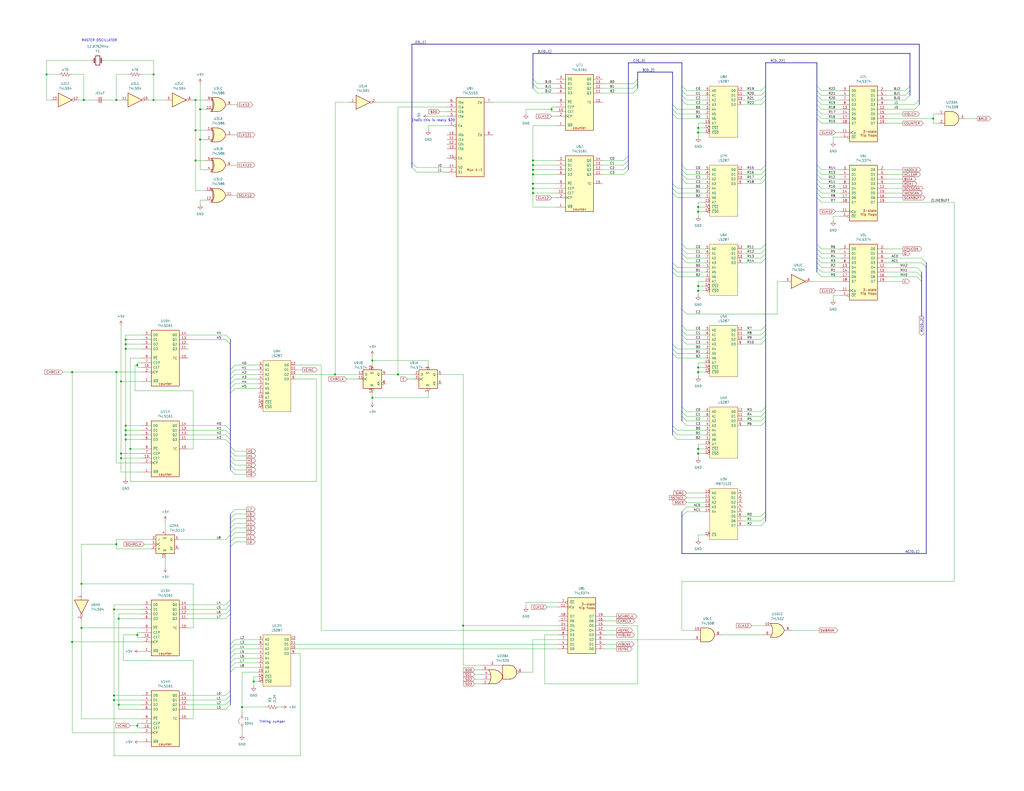
<source format=kicad_sch>
(kicad_sch (version 20231120) (generator "eeschema") (generator_version "8.0")
  (paper "C")
  (title_block (title "Exidy 440") (company "Exidy") (comment 1 "Anton Gale") (comment 4 "Master Control"))
  (junction (at 290.83 92.71))
  (junction (at 290.83 105.41))
  (junction (at 68.58 185.42))
  (junction (at 68.58 237.49))
  (junction (at 138.43 372.11))
  (junction (at 182.88 204.47))
  (junction (at 381 247.65))
  (junction (at 109.22 76.2))
  (junction (at 106.68 71.12))
  (junction (at 381 158.75))
  (junction (at 106.68 54.61))
  (junction (at 62.23 379.73))
  (junction (at 39.37 350.52))
  (junction (at 45.72 54.61))
  (junction (at 66.04 208.28))
  (junction (at 74.93 346.71))
  (junction (at 68.58 187.96))
  (junction (at 44.45 342.9))
  (junction (at 74.93 396.24))
  (junction (at 63.5 203.2))
  (junction (at 63.5 54.61))
  (junction (at 290.83 100.33))
  (junction (at 217.17 204.47))
  (junction (at 290.83 90.17))
  (junction (at 509.27 64.77))
  (junction (at 66.04 247.65))
  (junction (at 381 156.21))
  (junction (at 203.2 217.17))
  (junction (at 381 245.11))
  (junction (at 44.45 318.77))
  (junction (at 64.77 384.81))
  (junction (at 381 200.66))
  (junction (at 381 203.2))
  (junction (at 39.37 203.2))
  (junction (at 71.12 245.11))
  (junction (at 66.04 250.19))
  (junction (at 290.83 87.63))
  (junction (at 106.68 87.63))
  (junction (at 109.22 59.69))
  (junction (at 381 113.03))
  (junction (at 300.99 59.69))
  (junction (at 68.58 190.5))
  (junction (at 62.23 382.27))
  (junction (at 381 72.39))
  (junction (at 381 115.57))
  (junction (at 25.4 40.64))
  (junction (at 62.23 332.74))
  (junction (at 83.82 40.64))
  (junction (at 63.5 297.18))
  (junction (at 381 69.85))
  (junction (at 290.83 102.87))
  (junction (at 252.73 341.63))
  (junction (at 290.83 95.25))
  (junction (at 83.82 54.61))
  (junction (at 68.58 240.03))
  (junction (at 68.58 234.95))
  (junction (at 132.08 386.08))
  (junction (at 74.93 199.39))
  (junction (at 68.58 232.41))
  (junction (at 203.2 196.85))
  (junction (at 64.77 337.82))
  (bus_entry (at 374.65 54.61) (size -2.54 -2.54))
  (bus_entry (at 445.77 135.89) (size 2.54 2.54))
  (bus_entry (at 494.03 54.61) (size 2.54 -2.54))
  (bus_entry (at 128.27 280.67) (size -2.54 2.54))
  (bus_entry (at 448.31 110.49) (size -2.54 -2.54))
  (bus_entry (at 123.19 185.42) (size 2.54 2.54))
  (bus_entry (at 369.57 62.23) (size -2.54 -2.54))
  (bus_entry (at 128.27 256.54) (size -2.54 -2.54))
  (bus_entry (at 374.65 182.88) (size -2.54 -2.54))
  (bus_entry (at 125.73 335.28) (size -2.54 2.54))
  (bus_entry (at 125.73 384.81) (size -2.54 2.54))
  (bus_entry (at 448.31 105.41) (size -2.54 -2.54))
  (bus_entry (at 448.31 107.95) (size -2.54 -2.54))
  (bus_entry (at 128.27 199.39) (size -2.54 2.54))
  (bus_entry (at 128.27 204.47) (size -2.54 2.54))
  (bus_entry (at 448.31 151.13) (size -2.54 -2.54))
  (bus_entry (at 374.65 187.96) (size -2.54 -2.54))
  (bus_entry (at 123.19 237.49) (size 2.54 2.54))
  (bus_entry (at 500.38 146.05) (size 2.54 2.54))
  (bus_entry (at 369.57 237.49) (size -2.54 -2.54))
  (bus_entry (at 374.65 92.71) (size -2.54 -2.54))
  (bus_entry (at 125.73 327.66) (size -2.54 2.54))
  (bus_entry (at 128.27 212.09) (size -2.54 2.54))
  (bus_entry (at 415.29 187.96) (size 2.54 -2.54))
  (bus_entry (at 415.29 180.34) (size 2.54 -2.54))
  (bus_entry (at 128.27 259.08) (size -2.54 -2.54))
  (bus_entry (at 415.29 224.79) (size 2.54 -2.54))
  (bus_entry (at 448.31 64.77) (size -2.54 -2.54))
  (bus_entry (at 340.36 92.71) (size 2.54 -2.54))
  (bus_entry (at 369.57 234.95) (size -2.54 -2.54))
  (bus_entry (at 502.92 143.51) (size 2.54 2.54))
  (bus_entry (at 415.29 281.94) (size 2.54 -2.54))
  (bus_entry (at 369.57 195.58) (size -2.54 -2.54))
  (bus_entry (at 445.77 49.53) (size 2.54 2.54))
  (bus_entry (at 128.27 356.87) (size -2.54 2.54))
  (bus_entry (at 374.65 97.79) (size -2.54 -2.54))
  (bus_entry (at 415.29 287.02) (size 2.54 -2.54))
  (bus_entry (at 445.77 52.07) (size 2.54 2.54))
  (bus_entry (at 448.31 67.31) (size -2.54 -2.54))
  (bus_entry (at 369.57 193.04) (size -2.54 -2.54))
  (bus_entry (at 445.77 97.79) (size 2.54 2.54))
  (bus_entry (at 128.27 254) (size -2.54 -2.54))
  (bus_entry (at 415.29 92.71) (size 2.54 -2.54))
  (bus_entry (at 125.73 332.74) (size -2.54 2.54))
  (bus_entry (at 374.65 140.97) (size -2.54 -2.54))
  (bus_entry (at 128.27 278.13) (size -2.54 2.54))
  (bus_entry (at 374.65 95.25) (size -2.54 -2.54))
  (bus_entry (at 374.65 49.53) (size -2.54 -2.54))
  (bus_entry (at 224.79 88.9) (size 2.54 2.54))
  (bus_entry (at 415.29 182.88) (size 2.54 -2.54))
  (bus_entry (at 125.73 377.19) (size -2.54 2.54))
  (bus_entry (at 374.65 52.07) (size -2.54 -2.54))
  (bus_entry (at 369.57 240.03) (size -2.54 -2.54))
  (bus_entry (at 445.77 92.71) (size 2.54 2.54))
  (bus_entry (at 369.57 148.59) (size -2.54 -2.54))
  (bus_entry (at 128.27 248.92) (size -2.54 -2.54))
  (bus_entry (at 374.65 135.89) (size -2.54 -2.54))
  (bus_entry (at 448.31 62.23) (size -2.54 -2.54))
  (bus_entry (at 445.77 138.43) (size 2.54 2.54))
  (bus_entry (at 345.44 48.26) (size 2.54 -2.54))
  (bus_entry (at 374.65 143.51) (size -2.54 -2.54))
  (bus_entry (at 128.27 354.33) (size -2.54 2.54))
  (bus_entry (at 374.65 232.41) (size -2.54 -2.54))
  (bus_entry (at 415.29 54.61) (size 2.54 -2.54))
  (bus_entry (at 123.19 240.03) (size 2.54 2.54))
  (bus_entry (at 501.65 57.15) (size -2.54 2.54))
  (bus_entry (at 374.65 276.86) (size -2.54 2.54))
  (bus_entry (at 415.29 284.48) (size 2.54 -2.54))
  (bus_entry (at 369.57 151.13) (size -2.54 -2.54))
  (bus_entry (at 128.27 290.83) (size -2.54 2.54))
  (bus_entry (at 415.29 95.25) (size 2.54 -2.54))
  (bus_entry (at 128.27 246.38) (size -2.54 -2.54))
  (bus_entry (at 494.03 52.07) (size 2.54 -2.54))
  (bus_entry (at 369.57 102.87) (size -2.54 -2.54))
  (bus_entry (at 293.37 45.72) (size -2.54 -2.54))
  (bus_entry (at 448.31 102.87) (size -2.54 -2.54))
  (bus_entry (at 340.36 87.63) (size 2.54 -2.54))
  (bus_entry (at 123.19 182.88) (size 2.54 2.54))
  (bus_entry (at 445.77 46.99) (size 2.54 2.54))
  (bus_entry (at 345.44 45.72) (size 2.54 -2.54))
  (bus_entry (at 445.77 54.61) (size 2.54 2.54))
  (bus_entry (at 374.65 138.43) (size -2.54 -2.54))
  (bus_entry (at 415.29 100.33) (size 2.54 -2.54))
  (bus_entry (at 415.29 49.53) (size 2.54 -2.54))
  (bus_entry (at 374.65 185.42) (size -2.54 -2.54))
  (bus_entry (at 500.38 151.13) (size 2.54 2.54))
  (bus_entry (at 502.92 140.97) (size 2.54 2.54))
  (bus_entry (at 128.27 349.25) (size -2.54 2.54))
  (bus_entry (at 340.36 90.17) (size 2.54 -2.54))
  (bus_entry (at 500.38 148.59) (size 2.54 2.54))
  (bus_entry (at 374.65 171.45) (size -2.54 -2.54))
  (bus_entry (at 128.27 201.93) (size -2.54 2.54))
  (bus_entry (at 128.27 207.01) (size -2.54 2.54))
  (bus_entry (at 369.57 59.69) (size -2.54 -2.54))
  (bus_entry (at 128.27 295.91) (size -2.54 2.54))
  (bus_entry (at 128.27 359.41) (size -2.54 2.54))
  (bus_entry (at 445.77 140.97) (size 2.54 2.54))
  (bus_entry (at 415.29 143.51) (size 2.54 -2.54))
  (bus_entry (at 369.57 105.41) (size -2.54 -2.54))
  (bus_entry (at 374.65 180.34) (size -2.54 -2.54))
  (bus_entry (at 123.19 232.41) (size 2.54 2.54))
  (bus_entry (at 128.27 283.21) (size -2.54 2.54))
  (bus_entry (at 128.27 351.79) (size -2.54 2.54))
  (bus_entry (at 415.29 232.41) (size 2.54 -2.54))
  (bus_entry (at 128.27 209.55) (size -2.54 2.54))
  (bus_entry (at 125.73 330.2) (size -2.54 2.54))
  (bus_entry (at 128.27 361.95) (size -2.54 2.54))
  (bus_entry (at 445.77 95.25) (size 2.54 2.54))
  (bus_entry (at 415.29 97.79) (size 2.54 -2.54))
  (bus_entry (at 224.79 91.44) (size 2.54 2.54))
  (bus_entry (at 345.44 50.8) (size 2.54 -2.54))
  (bus_entry (at 415.29 138.43) (size 2.54 -2.54))
  (bus_entry (at 128.27 288.29) (size -2.54 2.54))
  (bus_entry (at 374.65 224.79) (size -2.54 -2.54))
  (bus_entry (at 374.65 279.4) (size -2.54 2.54))
  (bus_entry (at 448.31 59.69) (size -2.54 -2.54))
  (bus_entry (at 123.19 234.95) (size 2.54 2.54))
  (bus_entry (at 415.29 52.07) (size 2.54 -2.54))
  (bus_entry (at 293.37 48.26) (size -2.54 -2.54))
  (bus_entry (at 415.29 185.42) (size 2.54 -2.54))
  (bus_entry (at 415.29 140.97) (size 2.54 -2.54))
  (bus_entry (at 128.27 251.46) (size -2.54 -2.54))
  (bus_entry (at 128.27 293.37) (size -2.54 2.54))
  (bus_entry (at 501.65 54.61) (size -2.54 2.54))
  (bus_entry (at 448.31 148.59) (size -2.54 -2.54))
  (bus_entry (at 445.77 90.17) (size 2.54 2.54))
  (bus_entry (at 125.73 379.73) (size -2.54 2.54))
  (bus_entry (at 374.65 100.33) (size -2.54 -2.54))
  (bus_entry (at 369.57 146.05) (size -2.54 -2.54))
  (bus_entry (at 374.65 227.33) (size -2.54 -2.54))
  (bus_entry (at 128.27 364.49) (size -2.54 2.54))
  (bus_entry (at 415.29 227.33) (size 2.54 -2.54))
  (bus_entry (at 448.31 146.05) (size -2.54 -2.54))
  (bus_entry (at 374.65 57.15) (size -2.54 -2.54))
  (bus_entry (at 415.29 57.15) (size 2.54 -2.54))
  (bus_entry (at 369.57 107.95) (size -2.54 -2.54))
  (bus_entry (at 125.73 382.27) (size -2.54 2.54))
  (bus_entry (at 445.77 133.35) (size 2.54 2.54))
  (bus_entry (at 128.27 285.75) (size -2.54 2.54))
  (bus_entry (at 369.57 64.77) (size -2.54 -2.54))
  (bus_entry (at 125.73 292.1) (size -2.54 2.54))
  (bus_entry (at 340.36 95.25) (size 2.54 -2.54))
  (bus_entry (at 415.29 229.87) (size 2.54 -2.54))
  (bus_entry (at 374.65 229.87) (size -2.54 -2.54))
  (bus_entry (at 494.03 49.53) (size 2.54 -2.54))
  (bus_entry (at 415.29 135.89) (size 2.54 -2.54))
  (bus_entry (at 369.57 190.5) (size -2.54 -2.54))
  (bus_entry (at 293.37 50.8) (size -2.54 -2.54))
  (bus (pts (xy 125.73 351.79) (xy 125.73 354.33)))
  (wire (pts (xy 336.55 336.55) (xy 330.2 336.55)))
  (bus (pts (xy 347.98 43.18) (xy 347.98 39.37)))
  (wire (pts (xy 300.99 59.69) (xy 300.99 60.96)))
  (wire (pts (xy 39.37 350.52) (xy 77.47 350.52)))
  (bus (pts (xy 372.11 168.91) (xy 372.11 177.8)))
  (wire (pts (xy 458.47 57.15) (xy 448.31 57.15)))
  (bus (pts (xy 496.57 29.21) (xy 496.57 46.99)))
  (bus (pts (xy 367.03 102.87) (xy 367.03 105.41)))
  (wire (pts (xy 77.47 342.9) (xy 44.45 342.9)))
  (wire (pts (xy 63.5 54.61) (xy 66.04 54.61)))
  (wire (pts (xy 128.27 288.29) (xy 134.62 288.29)))
  (wire (pts (xy 128.27 199.39) (xy 140.97 199.39)))
  (wire (pts (xy 384.81 198.12) (xy 381 198.12)))
  (wire (pts (xy 347.98 373.38) (xy 297.18 373.38)))
  (bus (pts (xy 125.73 382.27) (xy 125.73 384.81)))
  (bus (pts (xy 125.73 327.66) (xy 125.73 330.2)))
  (wire (pts (xy 128.27 246.38) (xy 134.62 246.38)))
  (bus (pts (xy 501.65 54.61) (xy 501.65 57.15)))
  (wire (pts (xy 27.94 54.61) (xy 25.4 54.61)))
  (wire (pts (xy 128.27 207.01) (xy 140.97 207.01)))
  (wire (pts (xy 300.99 60.96) (xy 303.53 60.96)))
  (bus (pts (xy 347.98 48.26) (xy 347.98 45.72)))
  (bus (pts (xy 125.73 280.67) (xy 125.73 283.21)))
  (wire (pts (xy 97.79 294.64) (xy 123.19 294.64)))
  (wire (pts (xy 304.8 349.25) (xy 290.83 349.25)))
  (bus (pts (xy 125.73 246.38) (xy 125.73 248.92)))
  (wire (pts (xy 381 113.03) (xy 384.81 113.03)))
  (wire (pts (xy 68.58 187.96) (xy 77.47 187.96)))
  (wire (pts (xy 330.2 341.63) (xy 347.98 341.63)))
  (wire (pts (xy 140.97 354.33) (xy 128.27 354.33)))
  (wire (pts (xy 102.87 342.9) (xy 105.41 342.9)))
  (wire (pts (xy 415.29 100.33) (xy 405.13 100.33)))
  (wire (pts (xy 44.45 392.43) (xy 44.45 342.9)))
  (wire (pts (xy 328.93 48.26) (xy 345.44 48.26)))
  (wire (pts (xy 241.3 204.47) (xy 252.73 204.47)))
  (wire (pts (xy 290.83 102.87) (xy 290.83 105.41)))
  (bus (pts (xy 342.9 92.71) (xy 342.9 90.17)))
  (bus (pts (xy 125.73 185.42) (xy 125.73 187.96)))
  (wire (pts (xy 66.04 257.81) (xy 77.47 257.81)))
  (wire (pts (xy 106.68 104.14) (xy 111.76 104.14)))
  (wire (pts (xy 77.47 252.73) (xy 63.5 252.73)))
  (wire (pts (xy 520.7 317.5) (xy 372.11 317.5)))
  (bus (pts (xy 125.73 364.49) (xy 125.73 361.95)))
  (wire (pts (xy 290.83 100.33) (xy 303.53 100.33)))
  (wire (pts (xy 405.13 52.07) (xy 415.29 52.07)))
  (wire (pts (xy 77.47 345.44) (xy 74.93 345.44)))
  (wire (pts (xy 415.29 232.41) (xy 405.13 232.41)))
  (wire (pts (xy 161.29 351.79) (xy 304.8 351.79)))
  (wire (pts (xy 175.26 199.39) (xy 161.29 199.39)))
  (wire (pts (xy 44.45 318.77) (xy 44.45 297.18)))
  (wire (pts (xy 381 156.21) (xy 381 158.75)))
  (wire (pts (xy 520.7 110.49) (xy 520.7 317.5)))
  (wire (pts (xy 384.81 140.97) (xy 374.65 140.97)))
  (wire (pts (xy 405.13 135.89) (xy 415.29 135.89)))
  (wire (pts (xy 259.08 373.38) (xy 262.89 373.38)))
  (bus (pts (xy 372.11 227.33) (xy 372.11 229.87)))
  (wire (pts (xy 62.23 330.2) (xy 62.23 332.74)))
  (bus (pts (xy 347.98 45.72) (xy 347.98 43.18)))
  (wire (pts (xy 190.5 55.88) (xy 182.88 55.88)))
  (wire (pts (xy 458.47 95.25) (xy 448.31 95.25)))
  (wire (pts (xy 203.2 194.31) (xy 203.2 196.85)))
  (bus (pts (xy 445.77 146.05) (xy 445.77 148.59)))
  (wire (pts (xy 68.58 190.5) (xy 68.58 232.41)))
  (wire (pts (xy 66.04 247.65) (xy 66.04 250.19)))
  (wire (pts (xy 227.33 91.44) (xy 243.84 91.44)))
  (wire (pts (xy 374.65 171.45) (xy 424.18 171.45)))
  (wire (pts (xy 290.83 105.41) (xy 290.83 113.03)))
  (bus (pts (xy 367.03 146.05) (xy 367.03 148.59)))
  (wire (pts (xy 300.99 63.5) (xy 303.53 63.5)))
  (wire (pts (xy 262.89 363.22) (xy 252.73 363.22)))
  (wire (pts (xy 68.58 185.42) (xy 68.58 187.96)))
  (wire (pts (xy 369.57 62.23) (xy 384.81 62.23)))
  (wire (pts (xy 140.97 367.03) (xy 132.08 367.03)))
  (wire (pts (xy 71.12 262.89) (xy 172.72 262.89)))
  (bus (pts (xy 125.73 356.87) (xy 125.73 359.41)))
  (wire (pts (xy 454.66 161.29) (xy 454.66 163.83)))
  (bus (pts (xy 125.73 204.47) (xy 125.73 207.01)))
  (wire (pts (xy 45.72 54.61) (xy 45.72 40.64)))
  (wire (pts (xy 455.93 158.75) (xy 458.47 158.75)))
  (wire (pts (xy 102.87 245.11) (xy 105.41 245.11)))
  (wire (pts (xy 63.5 299.72) (xy 63.5 297.18)))
  (wire (pts (xy 381 153.67) (xy 381 156.21)))
  (wire (pts (xy 293.37 50.8) (xy 303.53 50.8)))
  (wire (pts (xy 74.93 346.71) (xy 67.31 346.71)))
  (wire (pts (xy 233.68 68.58) (xy 243.84 68.58)))
  (wire (pts (xy 458.47 64.77) (xy 448.31 64.77)))
  (wire (pts (xy 290.83 100.33) (xy 290.83 102.87)))
  (wire (pts (xy 405.13 95.25) (xy 415.29 95.25)))
  (wire (pts (xy 74.93 198.12) (xy 74.93 199.39)))
  (wire (pts (xy 336.55 351.79) (xy 330.2 351.79)))
  (wire (pts (xy 62.23 379.73) (xy 77.47 379.73)))
  (bus (pts (xy 367.03 62.23) (xy 367.03 59.69)))
  (wire (pts (xy 259.08 370.84) (xy 262.89 370.84)))
  (bus (pts (xy 445.77 107.95) (xy 445.77 133.35)))
  (wire (pts (xy 458.47 67.31) (xy 448.31 67.31)))
  (wire (pts (xy 102.87 237.49) (xy 123.19 237.49)))
  (wire (pts (xy 25.4 54.61) (xy 25.4 40.64)))
  (bus (pts (xy 125.73 214.63) (xy 125.73 234.95)))
  (wire (pts (xy 290.83 92.71) (xy 290.83 95.25)))
  (wire (pts (xy 105.41 54.61) (xy 106.68 54.61)))
  (bus (pts (xy 290.83 43.18) (xy 290.83 45.72)))
  (wire (pts (xy 62.23 412.75) (xy 62.23 382.27)))
  (wire (pts (xy 132.08 398.78) (xy 132.08 401.32)))
  (wire (pts (xy 492.76 97.79) (xy 483.87 97.79)))
  (bus (pts (xy 125.73 354.33) (xy 125.73 356.87)))
  (wire (pts (xy 71.12 245.11) (xy 71.12 262.89)))
  (wire (pts (xy 369.57 146.05) (xy 384.81 146.05)))
  (bus (pts (xy 125.73 298.45) (xy 125.73 327.66)))
  (wire (pts (xy 381 158.75) (xy 384.81 158.75)))
  (bus (pts (xy 445.77 95.25) (xy 445.77 97.79)))
  (wire (pts (xy 369.57 237.49) (xy 384.81 237.49)))
  (wire (pts (xy 381 115.57) (xy 384.81 115.57)))
  (wire (pts (xy 374.65 274.32) (xy 384.81 274.32)))
  (wire (pts (xy 34.29 203.2) (xy 39.37 203.2)))
  (bus (pts (xy 417.83 46.99) (xy 417.83 34.29)))
  (wire (pts (xy 102.87 330.2) (xy 123.19 330.2)))
  (bus (pts (xy 372.11 302.26) (xy 505.46 302.26)))
  (bus (pts (xy 125.73 285.75) (xy 125.73 288.29)))
  (bus (pts (xy 125.73 367.03) (xy 125.73 377.19)))
  (wire (pts (xy 81.28 54.61) (xy 83.82 54.61)))
  (wire (pts (xy 106.68 87.63) (xy 106.68 104.14)))
  (wire (pts (xy 77.47 330.2) (xy 62.23 330.2)))
  (wire (pts (xy 374.65 269.24) (xy 384.81 269.24)))
  (wire (pts (xy 369.57 195.58) (xy 384.81 195.58)))
  (wire (pts (xy 384.81 185.42) (xy 374.65 185.42)))
  (bus (pts (xy 445.77 140.97) (xy 445.77 143.51)))
  (wire (pts (xy 405.13 284.48) (xy 415.29 284.48)))
  (wire (pts (xy 233.68 199.39) (xy 233.68 196.85)))
  (wire (pts (xy 68.58 240.03) (xy 68.58 261.62)))
  (wire (pts (xy 336.55 339.09) (xy 330.2 339.09)))
  (wire (pts (xy 132.08 367.03) (xy 132.08 386.08)))
  (wire (pts (xy 374.65 100.33) (xy 384.81 100.33)))
  (wire (pts (xy 455.93 72.39) (xy 458.47 72.39)))
  (wire (pts (xy 129.54 57.15) (xy 127 57.15)))
  (wire (pts (xy 128.27 280.67) (xy 134.62 280.67)))
  (wire (pts (xy 405.13 49.53) (xy 415.29 49.53)))
  (bus (pts (xy 445.77 97.79) (xy 445.77 100.33)))
  (wire (pts (xy 492.76 138.43) (xy 483.87 138.43)))
  (bus (pts (xy 372.11 133.35) (xy 372.11 135.89)))
  (wire (pts (xy 77.47 232.41) (xy 68.58 232.41)))
  (wire (pts (xy 203.2 217.17) (xy 203.2 214.63)))
  (wire (pts (xy 102.87 387.35) (xy 123.19 387.35)))
  (wire (pts (xy 233.68 63.5) (xy 243.84 63.5)))
  (bus (pts (xy 417.83 52.07) (xy 417.83 49.53)))
  (wire (pts (xy 102.87 234.95) (xy 123.19 234.95)))
  (bus (pts (xy 372.11 185.42) (xy 372.11 222.25)))
  (wire (pts (xy 369.57 240.03) (xy 384.81 240.03)))
  (wire (pts (xy 77.47 400.05) (xy 39.37 400.05)))
  (wire (pts (xy 448.31 92.71) (xy 458.47 92.71)))
  (wire (pts (xy 381 198.12) (xy 381 200.66)))
  (wire (pts (xy 454.66 118.11) (xy 454.66 120.65)))
  (wire (pts (xy 63.5 203.2) (xy 63.5 252.73)))
  (bus (pts (xy 125.73 335.28) (xy 125.73 351.79)))
  (bus (pts (xy 290.83 29.21) (xy 290.83 43.18)))
  (wire (pts (xy 161.29 204.47) (xy 182.88 204.47)))
  (bus (pts (xy 125.73 290.83) (xy 125.73 292.1)))
  (wire (pts (xy 415.29 143.51) (xy 405.13 143.51)))
  (wire (pts (xy 381 72.39) (xy 384.81 72.39)))
  (wire (pts (xy 381 110.49) (xy 381 113.03)))
  (wire (pts (xy 203.2 219.71) (xy 203.2 217.17)))
  (wire (pts (xy 483.87 148.59) (xy 500.38 148.59)))
  (bus (pts (xy 445.77 59.69) (xy 445.77 62.23)))
  (wire (pts (xy 217.17 58.42) (xy 217.17 204.47)))
  (wire (pts (xy 252.73 204.47) (xy 252.73 341.63)))
  (bus (pts (xy 125.73 288.29) (xy 125.73 290.83)))
  (wire (pts (xy 205.74 55.88) (xy 243.84 55.88)))
  (wire (pts (xy 384.81 229.87) (xy 374.65 229.87)))
  (wire (pts (xy 63.5 40.64) (xy 69.85 40.64)))
  (wire (pts (xy 298.45 331.47) (xy 304.8 331.47)))
  (wire (pts (xy 68.58 182.88) (xy 77.47 182.88)))
  (wire (pts (xy 405.13 97.79) (xy 415.29 97.79)))
  (wire (pts (xy 384.81 67.31) (xy 381 67.31)))
  (wire (pts (xy 381 203.2) (xy 384.81 203.2)))
  (wire (pts (xy 269.24 55.88) (xy 303.53 55.88)))
  (wire (pts (xy 128.27 251.46) (xy 134.62 251.46)))
  (bus (pts (xy 224.79 24.13) (xy 501.65 24.13)))
  (wire (pts (xy 381 115.57) (xy 381 118.11)))
  (wire (pts (xy 90.17 284.48) (xy 90.17 289.56)))
  (wire (pts (xy 483.87 143.51) (xy 502.92 143.51)))
  (wire (pts (xy 128.27 209.55) (xy 140.97 209.55)))
  (bus (pts (xy 445.77 135.89) (xy 445.77 138.43)))
  (wire (pts (xy 448.31 146.05) (xy 458.47 146.05)))
  (bus (pts (xy 445.77 52.07) (xy 445.77 54.61)))
  (wire (pts (xy 105.41 360.68) (xy 105.41 392.43)))
  (bus (pts (xy 445.77 34.29) (xy 445.77 46.99)))
  (bus (pts (xy 125.73 292.1) (xy 125.73 293.37)))
  (wire (pts (xy 76.2 355.6) (xy 77.47 355.6)))
  (wire (pts (xy 483.87 59.69) (xy 499.11 59.69)))
  (bus (pts (xy 372.11 97.79) (xy 372.11 133.35)))
  (bus (pts (xy 417.83 97.79) (xy 417.83 133.35)))
  (wire (pts (xy 328.93 87.63) (xy 340.36 87.63)))
  (wire (pts (xy 374.65 271.78) (xy 384.81 271.78)))
  (wire (pts (xy 243.84 58.42) (xy 217.17 58.42)))
  (bus (pts (xy 417.83 140.97) (xy 417.83 177.8)))
  (wire (pts (xy 105.41 392.43) (xy 102.87 392.43)))
  (wire (pts (xy 448.31 59.69) (xy 458.47 59.69)))
  (wire (pts (xy 287.02 59.69) (xy 300.99 59.69)))
  (wire (pts (xy 132.08 386.08) (xy 132.08 388.62)))
  (wire (pts (xy 448.31 49.53) (xy 458.47 49.53)))
  (bus (pts (xy 367.03 62.23) (xy 367.03 100.33)))
  (wire (pts (xy 63.5 299.72) (xy 82.55 299.72)))
  (bus (pts (xy 372.11 140.97) (xy 372.11 168.91)))
  (wire (pts (xy 381 156.21) (xy 384.81 156.21)))
  (wire (pts (xy 384.81 49.53) (xy 374.65 49.53)))
  (bus (pts (xy 125.73 377.19) (xy 125.73 379.73)))
  (wire (pts (xy 415.29 187.96) (xy 405.13 187.96)))
  (wire (pts (xy 68.58 182.88) (xy 68.58 185.42)))
  (wire (pts (xy 45.72 54.61) (xy 52.07 54.61)))
  (wire (pts (xy 287.02 328.93) (xy 287.02 331.47)))
  (wire (pts (xy 64.77 337.82) (xy 64.77 335.28)))
  (bus (pts (xy 125.73 248.92) (xy 125.73 251.46)))
  (wire (pts (xy 129.54 73.66) (xy 127 73.66)))
  (wire (pts (xy 140.97 364.49) (xy 128.27 364.49)))
  (wire (pts (xy 140.97 356.87) (xy 128.27 356.87)))
  (wire (pts (xy 252.73 363.22) (xy 252.73 341.63)))
  (wire (pts (xy 74.93 394.97) (xy 74.93 396.24)))
  (bus (pts (xy 367.03 187.96) (xy 367.03 190.5)))
  (bus (pts (xy 445.77 54.61) (xy 445.77 57.15)))
  (wire (pts (xy 128.27 290.83) (xy 134.62 290.83)))
  (wire (pts (xy 71.12 245.11) (xy 77.47 245.11)))
  (wire (pts (xy 381 247.65) (xy 384.81 247.65)))
  (bus (pts (xy 125.73 295.91) (xy 125.73 298.45)))
  (wire (pts (xy 381 67.31) (xy 381 69.85)))
  (bus (pts (xy 372.11 95.25) (xy 372.11 97.79)))
  (wire (pts (xy 483.87 64.77) (xy 509.27 64.77)))
  (wire (pts (xy 328.93 50.8) (xy 345.44 50.8)))
  (wire (pts (xy 161.29 354.33) (xy 304.8 354.33)))
  (wire (pts (xy 140.97 359.41) (xy 128.27 359.41)))
  (wire (pts (xy 49.53 33.02) (xy 25.4 33.02)))
  (wire (pts (xy 68.58 234.95) (xy 68.58 237.49)))
  (wire (pts (xy 74.93 346.71) (xy 74.93 347.98)))
  (bus (pts (xy 372.11 46.99) (xy 372.11 49.53)))
  (wire (pts (xy 71.12 195.58) (xy 71.12 245.11)))
  (wire (pts (xy 492.76 105.41) (xy 483.87 105.41)))
  (wire (pts (xy 63.5 294.64) (xy 82.55 294.64)))
  (wire (pts (xy 405.13 185.42) (xy 415.29 185.42)))
  (bus (pts (xy 417.83 90.17) (xy 417.83 92.71)))
  (bus (pts (xy 367.03 234.95) (xy 367.03 232.41)))
  (wire (pts (xy 330.2 349.25) (xy 378.46 349.25)))
  (wire (pts (xy 287.02 59.69) (xy 287.02 62.23)))
  (wire (pts (xy 109.22 109.22) (xy 109.22 111.76)))
  (wire (pts (xy 293.37 45.72) (xy 303.53 45.72)))
  (bus (pts (xy 125.73 361.95) (xy 125.73 359.41)))
  (wire (pts (xy 66.04 250.19) (xy 66.04 257.81)))
  (wire (pts (xy 405.13 287.02) (xy 415.29 287.02)))
  (wire (pts (xy 384.81 242.57) (xy 381 242.57)))
  (bus (pts (xy 417.83 138.43) (xy 417.83 140.97)))
  (wire (pts (xy 483.87 146.05) (xy 500.38 146.05)))
  (wire (pts (xy 161.29 207.01) (xy 172.72 207.01)))
  (wire (pts (xy 492.76 107.95) (xy 483.87 107.95)))
  (wire (pts (xy 458.47 97.79) (xy 448.31 97.79)))
  (wire (pts (xy 129.54 90.17) (xy 127 90.17)))
  (wire (pts (xy 67.31 346.71) (xy 67.31 360.68)))
  (bus (pts (xy 417.83 182.88) (xy 417.83 185.42)))
  (wire (pts (xy 290.83 113.03) (xy 303.53 113.03)))
  (wire (pts (xy 384.81 54.61) (xy 374.65 54.61)))
  (wire (pts (xy 109.22 76.2) (xy 111.76 76.2)))
  (wire (pts (xy 290.83 90.17) (xy 303.53 90.17)))
  (wire (pts (xy 381 72.39) (xy 381 74.93)))
  (wire (pts (xy 458.47 62.23) (xy 448.31 62.23)))
  (wire (pts (xy 369.57 234.95) (xy 384.81 234.95)))
  (wire (pts (xy 64.77 337.82) (xy 64.77 384.81)))
  (wire (pts (xy 384.81 153.67) (xy 381 153.67)))
  (wire (pts (xy 128.27 204.47) (xy 140.97 204.47)))
  (wire (pts (xy 384.81 52.07) (xy 374.65 52.07)))
  (wire (pts (xy 129.54 106.68) (xy 127 106.68)))
  (wire (pts (xy 68.58 185.42) (xy 77.47 185.42)))
  (wire (pts (xy 381 200.66) (xy 381 203.2)))
  (wire (pts (xy 128.27 259.08) (xy 134.62 259.08)))
  (wire (pts (xy 66.04 208.28) (xy 66.04 247.65)))
  (bus (pts (xy 290.83 29.21) (xy 496.57 29.21)))
  (wire (pts (xy 492.76 100.33) (xy 483.87 100.33)))
  (wire (pts (xy 111.76 92.71) (xy 109.22 92.71)))
  (wire (pts (xy 454.66 161.29) (xy 458.47 161.29)))
  (bus (pts (xy 501.65 24.13) (xy 501.65 54.61)))
  (wire (pts (xy 381 69.85) (xy 381 72.39)))
  (wire (pts (xy 252.73 341.63) (xy 304.8 341.63)))
  (wire (pts (xy 381 200.66) (xy 384.81 200.66)))
  (bus (pts (xy 417.83 281.94) (xy 417.83 284.48)))
  (wire (pts (xy 63.5 54.61) (xy 63.5 40.64)))
  (wire (pts (xy 227.33 93.98) (xy 243.84 93.98)))
  (wire (pts (xy 328.93 45.72) (xy 345.44 45.72)))
  (bus (pts (xy 342.9 87.63) (xy 342.9 85.09)))
  (bus (pts (xy 505.46 146.05) (xy 505.46 302.26)))
  (wire (pts (xy 45.72 40.64) (xy 39.37 40.64)))
  (wire (pts (xy 68.58 190.5) (xy 77.47 190.5)))
  (wire (pts (xy 384.81 135.89) (xy 374.65 135.89)))
  (bus (pts (xy 372.11 90.17) (xy 372.11 92.71)))
  (bus (pts (xy 417.83 224.79) (xy 417.83 227.33)))
  (wire (pts (xy 304.8 344.17) (xy 175.26 344.17)))
  (wire (pts (xy 381 203.2) (xy 381 205.74)))
  (wire (pts (xy 102.87 379.73) (xy 123.19 379.73)))
  (wire (pts (xy 300.99 107.95) (xy 303.53 107.95)))
  (bus (pts (xy 417.83 49.53) (xy 417.83 46.99)))
  (bus (pts (xy 502.92 148.59) (xy 502.92 151.13)))
  (bus (pts (xy 125.73 207.01) (xy 125.73 209.55)))
  (wire (pts (xy 405.13 138.43) (xy 415.29 138.43)))
  (wire (pts (xy 290.83 105.41) (xy 303.53 105.41)))
  (wire (pts (xy 102.87 232.41) (xy 123.19 232.41)))
  (bus (pts (xy 372.11 92.71) (xy 372.11 95.25)))
  (wire (pts (xy 68.58 237.49) (xy 77.47 237.49)))
  (wire (pts (xy 494.03 54.61) (xy 483.87 54.61)))
  (wire (pts (xy 128.27 256.54) (xy 134.62 256.54)))
  (bus (pts (xy 496.57 49.53) (xy 496.57 52.07)))
  (bus (pts (xy 372.11 279.4) (xy 372.11 281.94)))
  (wire (pts (xy 78.74 297.18) (xy 82.55 297.18)))
  (wire (pts (xy 410.21 341.63) (xy 416.56 341.63)))
  (wire (pts (xy 71.12 195.58) (xy 77.47 195.58)))
  (wire (pts (xy 259.08 365.76) (xy 262.89 365.76)))
  (bus (pts (xy 125.73 330.2) (xy 125.73 332.74)))
  (bus (pts (xy 367.03 237.49) (xy 367.03 234.95)))
  (bus (pts (xy 372.11 34.29) (xy 372.11 46.99)))
  (bus (pts (xy 372.11 54.61) (xy 372.11 90.17)))
  (wire (pts (xy 25.4 33.02) (xy 25.4 40.64)))
  (wire (pts (xy 74.93 199.39) (xy 74.93 200.66)))
  (wire (pts (xy 203.2 196.85) (xy 233.68 196.85)))
  (wire (pts (xy 106.68 54.61) (xy 106.68 71.12)))
  (wire (pts (xy 369.57 190.5) (xy 384.81 190.5)))
  (wire (pts (xy 393.7 346.71) (xy 416.56 346.71)))
  (bus (pts (xy 125.73 234.95) (xy 125.73 237.49)))
  (bus (pts (xy 417.83 133.35) (xy 417.83 135.89)))
  (bus (pts (xy 372.11 177.8) (xy 372.11 180.34)))
  (wire (pts (xy 77.47 394.97) (xy 74.93 394.97)))
  (wire (pts (xy 458.47 100.33) (xy 448.31 100.33)))
  (wire (pts (xy 102.87 185.42) (xy 123.19 185.42)))
  (bus (pts (xy 125.73 254) (xy 125.73 256.54)))
  (wire (pts (xy 128.27 295.91) (xy 134.62 295.91)))
  (wire (pts (xy 109.22 76.2) (xy 109.22 92.71)))
  (wire (pts (xy 381 242.57) (xy 381 245.11)))
  (wire (pts (xy 111.76 109.22) (xy 109.22 109.22)))
  (wire (pts (xy 492.76 67.31) (xy 483.87 67.31)))
  (bus (pts (xy 342.9 34.29) (xy 372.11 34.29)))
  (bus (pts (xy 367.03 190.5) (xy 367.03 193.04)))
  (wire (pts (xy 128.27 285.75) (xy 134.62 285.75)))
  (wire (pts (xy 67.31 360.68) (xy 105.41 360.68)))
  (wire (pts (xy 290.83 87.63) (xy 290.83 90.17)))
  (wire (pts (xy 77.47 337.82) (xy 64.77 337.82)))
  (wire (pts (xy 163.83 356.87) (xy 163.83 412.75)))
  (bus (pts (xy 125.73 251.46) (xy 125.73 254)))
  (wire (pts (xy 384.81 92.71) (xy 374.65 92.71)))
  (wire (pts (xy 66.04 247.65) (xy 77.47 247.65)))
  (bus (pts (xy 372.11 52.07) (xy 372.11 54.61)))
  (bus (pts (xy 125.73 283.21) (xy 125.73 285.75)))
  (wire (pts (xy 369.57 59.69) (xy 384.81 59.69)))
  (wire (pts (xy 405.13 224.79) (xy 415.29 224.79)))
  (wire (pts (xy 66.04 250.19) (xy 77.47 250.19)))
  (wire (pts (xy 153.67 386.08) (xy 152.4 386.08)))
  (wire (pts (xy 328.93 95.25) (xy 340.36 95.25)))
  (wire (pts (xy 448.31 135.89) (xy 458.47 135.89)))
  (bus (pts (xy 505.46 143.51) (xy 505.46 146.05)))
  (wire (pts (xy 68.58 187.96) (xy 68.58 190.5)))
  (bus (pts (xy 417.83 54.61) (xy 417.83 90.17)))
  (wire (pts (xy 405.13 54.61) (xy 415.29 54.61)))
  (bus (pts (xy 125.73 367.03) (xy 125.73 364.49)))
  (wire (pts (xy 203.2 196.85) (xy 203.2 199.39)))
  (wire (pts (xy 240.03 60.96) (xy 243.84 60.96)))
  (bus (pts (xy 125.73 212.09) (xy 125.73 214.63)))
  (wire (pts (xy 300.99 58.42) (xy 300.99 59.69)))
  (bus (pts (xy 445.77 57.15) (xy 445.77 59.69)))
  (bus (pts (xy 125.73 242.57) (xy 125.73 243.84)))
  (bus (pts (xy 125.73 237.49) (xy 125.73 240.03)))
  (bus (pts (xy 502.92 151.13) (xy 502.92 153.67)))
  (wire (pts (xy 233.68 68.58) (xy 233.68 71.12)))
  (wire (pts (xy 369.57 102.87) (xy 384.81 102.87)))
  (wire (pts (xy 74.93 397.51) (xy 77.47 397.51)))
  (bus (pts (xy 445.77 49.53) (xy 445.77 52.07)))
  (wire (pts (xy 533.4 64.77) (xy 527.05 64.77)))
  (wire (pts (xy 290.83 95.25) (xy 303.53 95.25)))
  (wire (pts (xy 369.57 148.59) (xy 384.81 148.59)))
  (wire (pts (xy 68.58 237.49) (xy 68.58 240.03)))
  (wire (pts (xy 509.27 67.31) (xy 509.27 64.77)))
  (bus (pts (xy 367.03 105.41) (xy 367.03 143.51)))
  (wire (pts (xy 384.81 279.4) (xy 374.65 279.4)))
  (wire (pts (xy 448.31 102.87) (xy 458.47 102.87)))
  (bus (pts (xy 445.77 133.35) (xy 445.77 135.89)))
  (wire (pts (xy 106.68 54.61) (xy 111.76 54.61)))
  (wire (pts (xy 140.97 349.25) (xy 128.27 349.25)))
  (wire (pts (xy 369.57 105.41) (xy 384.81 105.41)))
  (wire (pts (xy 163.83 412.75) (xy 62.23 412.75)))
  (wire (pts (xy 458.47 107.95) (xy 448.31 107.95)))
  (wire (pts (xy 458.47 110.49) (xy 448.31 110.49)))
  (wire (pts (xy 328.93 92.71) (xy 340.36 92.71)))
  (wire (pts (xy 381 113.03) (xy 381 115.57)))
  (wire (pts (xy 77.47 392.43) (xy 44.45 392.43)))
  (wire (pts (xy 128.27 248.92) (xy 134.62 248.92)))
  (wire (pts (xy 138.43 372.11) (xy 140.97 372.11)))
  (wire (pts (xy 290.83 68.58) (xy 303.53 68.58)))
  (bus (pts (xy 342.9 90.17) (xy 342.9 87.63)))
  (wire (pts (xy 443.23 153.67) (xy 458.47 153.67)))
  (wire (pts (xy 64.77 384.81) (xy 64.77 387.35)))
  (bus (pts (xy 417.83 279.4) (xy 417.83 281.94)))
  (wire (pts (xy 128.27 278.13) (xy 134.62 278.13)))
  (bus (pts (xy 502.92 153.67) (xy 502.92 172.72)))
  (wire (pts (xy 405.13 281.94) (xy 415.29 281.94)))
  (wire (pts (xy 492.76 135.89) (xy 483.87 135.89)))
  (bus (pts (xy 372.11 138.43) (xy 372.11 140.97)))
  (bus (pts (xy 417.83 185.42) (xy 417.83 222.25)))
  (wire (pts (xy 172.72 207.01) (xy 172.72 262.89)))
  (wire (pts (xy 138.43 372.11) (xy 138.43 374.65)))
  (wire (pts (xy 372.11 317.5) (xy 372.11 344.17)))
  (wire (pts (xy 336.55 346.71) (xy 330.2 346.71)))
  (wire (pts (xy 106.68 71.12) (xy 106.68 87.63)))
  (wire (pts (xy 44.45 297.18) (xy 63.5 297.18)))
  (bus (pts (xy 496.57 46.99) (xy 496.57 49.53)))
  (bus (pts (xy 445.77 46.99) (xy 445.77 49.53)))
  (bus (pts (xy 372.11 180.34) (xy 372.11 182.88)))
  (bus (pts (xy 367.03 100.33) (xy 367.03 102.87)))
  (bus (pts (xy 445.77 90.17) (xy 445.77 92.71)))
  (wire (pts (xy 128.27 201.93) (xy 140.97 201.93)))
  (wire (pts (xy 405.13 92.71) (xy 415.29 92.71)))
  (bus (pts (xy 125.73 332.74) (xy 125.73 335.28)))
  (wire (pts (xy 494.03 52.07) (xy 483.87 52.07)))
  (wire (pts (xy 285.75 367.03) (xy 290.83 367.03)))
  (wire (pts (xy 63.5 203.2) (xy 77.47 203.2)))
  (bus (pts (xy 125.73 187.96) (xy 125.73 201.93)))
  (wire (pts (xy 415.29 57.15) (xy 405.13 57.15)))
  (wire (pts (xy 381 245.11) (xy 384.81 245.11)))
  (wire (pts (xy 369.57 193.04) (xy 384.81 193.04)))
  (wire (pts (xy 138.43 369.57) (xy 138.43 372.11)))
  (wire (pts (xy 458.47 143.51) (xy 448.31 143.51)))
  (wire (pts (xy 293.37 48.26) (xy 303.53 48.26)))
  (bus (pts (xy 445.77 143.51) (xy 445.77 146.05)))
  (bus (pts (xy 125.73 201.93) (xy 125.73 204.47)))
  (wire (pts (xy 62.23 382.27) (xy 77.47 382.27)))
  (wire (pts (xy 347.98 341.63) (xy 347.98 373.38)))
  (wire (pts (xy 182.88 55.88) (xy 182.88 204.47)))
  (bus (pts (xy 125.73 243.84) (xy 125.73 246.38)))
  (wire (pts (xy 384.81 95.25) (xy 374.65 95.25)))
  (wire (pts (xy 454.66 74.93) (xy 458.47 74.93)))
  (wire (pts (xy 483.87 57.15) (xy 499.11 57.15)))
  (wire (pts (xy 336.55 344.17) (xy 330.2 344.17)))
  (bus (pts (xy 125.73 209.55) (xy 125.73 212.09)))
  (wire (pts (xy 128.27 293.37) (xy 134.62 293.37)))
  (bus (pts (xy 342.9 85.09) (xy 342.9 34.29)))
  (bus (pts (xy 372.11 182.88) (xy 372.11 185.42)))
  (bus (pts (xy 125.73 293.37) (xy 125.73 295.91)))
  (wire (pts (xy 189.23 207.01) (xy 195.58 207.01)))
  (wire (pts (xy 374.65 187.96) (xy 384.81 187.96)))
  (wire (pts (xy 102.87 382.27) (xy 123.19 382.27)))
  (wire (pts (xy 128.27 254) (xy 134.62 254)))
  (bus (pts (xy 445.77 92.71) (xy 445.77 95.25)))
  (wire (pts (xy 76.2 405.13) (xy 77.47 405.13)))
  (wire (pts (xy 83.82 54.61) (xy 90.17 54.61)))
  (wire (pts (xy 384.81 276.86) (xy 374.65 276.86)))
  (wire (pts (xy 458.47 138.43) (xy 448.31 138.43)))
  (wire (pts (xy 328.93 90.17) (xy 340.36 90.17)))
  (wire (pts (xy 492.76 92.71) (xy 483.87 92.71)))
  (wire (pts (xy 494.03 49.53) (xy 483.87 49.53)))
  (wire (pts (xy 287.02 328.93) (xy 304.8 328.93)))
  (bus (pts (xy 290.83 45.72) (xy 290.83 48.26)))
  (wire (pts (xy 128.27 212.09) (xy 140.97 212.09)))
  (wire (pts (xy 455.93 115.57) (xy 458.47 115.57)))
  (wire (pts (xy 161.29 201.93) (xy 165.1 201.93)))
  (wire (pts (xy 64.77 387.35) (xy 77.47 387.35)))
  (wire (pts (xy 483.87 140.97) (xy 502.92 140.97)))
  (bus (pts (xy 372.11 224.79) (xy 372.11 227.33)))
  (bus (pts (xy 372.11 281.94) (xy 372.11 302.26)))
  (wire (pts (xy 431.8 344.17) (xy 447.04 344.17)))
  (wire (pts (xy 161.29 356.87) (xy 163.83 356.87)))
  (wire (pts (xy 303.53 58.42) (xy 300.99 58.42)))
  (wire (pts (xy 381 247.65) (xy 381 250.19)))
  (wire (pts (xy 290.83 92.71) (xy 303.53 92.71)))
  (wire (pts (xy 381 69.85) (xy 384.81 69.85)))
  (wire (pts (xy 63.5 297.18) (xy 63.5 294.64)))
  (wire (pts (xy 492.76 62.23) (xy 483.87 62.23)))
  (wire (pts (xy 44.45 342.9) (xy 44.45 339.09)))
  (bus (pts (xy 417.83 34.29) (xy 445.77 34.29)))
  (bus (pts (xy 372.11 222.25) (xy 372.11 224.79)))
  (wire (pts (xy 405.13 140.97) (xy 415.29 140.97)))
  (bus (pts (xy 445.77 138.43) (xy 445.77 140.97)))
  (wire (pts (xy 384.81 227.33) (xy 374.65 227.33)))
  (bus (pts (xy 125.73 240.03) (xy 125.73 242.57)))
  (wire (pts (xy 384.81 224.79) (xy 374.65 224.79)))
  (wire (pts (xy 77.47 198.12) (xy 74.93 198.12)))
  (wire (pts (xy 109.22 59.69) (xy 111.76 59.69)))
  (wire (pts (xy 458.47 140.97) (xy 448.31 140.97)))
  (wire (pts (xy 105.41 342.9) (xy 105.41 318.77)))
  (wire (pts (xy 109.22 45.72) (xy 109.22 59.69)))
  (wire (pts (xy 74.93 199.39) (xy 73.66 199.39)))
  (wire (pts (xy 458.47 148.59) (xy 448.31 148.59)))
  (wire (pts (xy 102.87 182.88) (xy 123.19 182.88)))
  (bus (pts (xy 417.83 54.61) (xy 417.83 52.07)))
  (wire (pts (xy 102.87 335.28) (xy 123.19 335.28)))
  (wire (pts (xy 44.45 318.77) (xy 44.45 323.85)))
  (wire (pts (xy 454.66 74.93) (xy 454.66 77.47)))
  (bus (pts (xy 417.83 92.71) (xy 417.83 95.25)))
  (wire (pts (xy 106.68 87.63) (xy 111.76 87.63)))
  (bus (pts (xy 445.77 64.77) (xy 445.77 90.17)))
  (bus (pts (xy 224.79 24.13) (xy 224.79 88.9)))
  (wire (pts (xy 290.83 95.25) (xy 290.83 100.33)))
  (bus (pts (xy 445.77 100.33) (xy 445.77 102.87)))
  (wire (pts (xy 492.76 102.87) (xy 483.87 102.87)))
  (wire (pts (xy 222.25 207.01) (xy 226.06 207.01)))
  (wire (pts (xy 381 292.1) (xy 381 294.64)))
  (wire (pts (xy 74.93 345.44) (xy 74.93 346.71)))
  (wire (pts (xy 381 245.11) (xy 381 247.65)))
  (wire (pts (xy 290.83 349.25) (xy 290.83 367.03)))
  (wire (pts (xy 140.97 361.95) (xy 128.27 361.95)))
  (wire (pts (xy 492.76 95.25) (xy 483.87 95.25)))
  (wire (pts (xy 109.22 59.69) (xy 109.22 76.2)))
  (bus (pts (xy 417.83 222.25) (xy 417.83 224.79)))
  (wire (pts (xy 68.58 232.41) (xy 68.58 234.95)))
  (wire (pts (xy 374.65 57.15) (xy 384.81 57.15)))
  (bus (pts (xy 445.77 105.41) (xy 445.77 107.95)))
  (wire (pts (xy 39.37 203.2) (xy 63.5 203.2)))
  (wire (pts (xy 405.13 227.33) (xy 415.29 227.33)))
  (wire (pts (xy 458.47 54.61) (xy 448.31 54.61)))
  (wire (pts (xy 44.45 318.77) (xy 105.41 318.77)))
  (wire (pts (xy 66.04 177.8) (xy 66.04 208.28)))
  (bus (pts (xy 372.11 135.89) (xy 372.11 138.43)))
  (bus (pts (xy 367.03 59.69) (xy 367.03 57.15)))
  (bus (pts (xy 445.77 102.87) (xy 445.77 105.41)))
  (wire (pts (xy 102.87 240.03) (xy 123.19 240.03)))
  (bus (pts (xy 224.79 88.9) (xy 224.79 91.44)))
  (wire (pts (xy 369.57 151.13) (xy 384.81 151.13)))
  (wire (pts (xy 132.08 386.08) (xy 144.78 386.08)))
  (wire (pts (xy 77.47 384.81) (xy 64.77 384.81)))
  (wire (pts (xy 511.81 67.31) (xy 509.27 67.31)))
  (bus (pts (xy 367.03 57.15) (xy 367.03 39.37)))
  (wire (pts (xy 374.65 143.51) (xy 384.81 143.51)))
  (bus (pts (xy 372.11 49.53) (xy 372.11 52.07)))
  (wire (pts (xy 64.77 335.28) (xy 77.47 335.28)))
  (wire (pts (xy 68.58 234.95) (xy 77.47 234.95)))
  (wire (pts (xy 372.11 344.17) (xy 378.46 344.17)))
  (wire (pts (xy 381 158.75) (xy 381 161.29)))
  (wire (pts (xy 74.93 347.98) (xy 77.47 347.98)))
  (wire (pts (xy 384.81 110.49) (xy 381 110.49)))
  (wire (pts (xy 43.18 54.61) (xy 45.72 54.61)))
  (wire (pts (xy 102.87 337.82) (xy 123.19 337.82)))
  (wire (pts (xy 483.87 110.49) (xy 520.7 110.49)))
  (bus (pts (xy 417.83 135.89) (xy 417.83 138.43)))
  (wire (pts (xy 492.76 153.67) (xy 483.87 153.67)))
  (wire (pts (xy 57.15 54.61) (xy 63.5 54.61)))
  (wire (pts (xy 217.17 204.47) (xy 226.06 204.47)))
  (wire (pts (xy 68.58 240.03) (xy 77.47 240.03)))
  (wire (pts (xy 62.23 382.27) (xy 62.23 379.73)))
  (wire (pts (xy 458.47 105.41) (xy 448.31 105.41)))
  (wire (pts (xy 297.18 346.71) (xy 304.8 346.71)))
  (bus (pts (xy 347.98 39.37) (xy 367.03 39.37)))
  (wire (pts (xy 83.82 40.64) (xy 77.47 40.64)))
  (wire (pts (xy 182.88 204.47) (xy 195.58 204.47)))
  (bus (pts (xy 445.77 62.23) (xy 445.77 64.77)))
  (wire (pts (xy 39.37 400.05) (xy 39.37 350.52)))
  (wire (pts (xy 297.18 373.38) (xy 297.18 346.71)))
  (wire (pts (xy 62.23 332.74) (xy 77.47 332.74)))
  (wire (pts (xy 175.26 344.17) (xy 175.26 199.39)))
  (wire (pts (xy 405.13 180.34) (xy 415.29 180.34)))
  (wire (pts (xy 424.18 153.67) (xy 427.99 153.67)))
  (bus (pts (xy 417.83 229.87) (xy 417.83 279.4)))
  (wire (pts (xy 140.97 351.79) (xy 128.27 351.79)))
  (wire (pts (xy 71.12 396.24) (xy 74.93 396.24)))
  (wire (pts (xy 83.82 54.61) (xy 83.82 40.64)))
  (wire (pts (xy 405.13 182.88) (xy 415.29 182.88)))
  (bus (pts (xy 367.03 193.04) (xy 367.03 232.41)))
  (wire (pts (xy 140.97 369.57) (xy 138.43 369.57)))
  (wire (pts (xy 74.93 396.24) (xy 74.93 397.51)))
  (wire (pts (xy 483.87 151.13) (xy 500.38 151.13)))
  (wire (pts (xy 405.13 229.87) (xy 415.29 229.87)))
  (wire (pts (xy 509.27 62.23) (xy 509.27 64.77)))
  (wire (pts (xy 384.81 182.88) (xy 374.65 182.88)))
  (wire (pts (xy 290.83 87.63) (xy 303.53 87.63)))
  (bus (pts (xy 125.73 379.73) (xy 125.73 382.27)))
  (wire (pts (xy 62.23 332.74) (xy 62.23 379.73)))
  (wire (pts (xy 203.2 217.17) (xy 233.68 217.17)))
  (wire (pts (xy 102.87 384.81) (xy 123.19 384.81)))
  (wire (pts (xy 106.68 71.12) (xy 111.76 71.12)))
  (bus (pts (xy 417.83 180.34) (xy 417.83 182.88)))
  (wire (pts (xy 74.93 200.66) (xy 77.47 200.66)))
  (wire (pts (xy 454.66 118.11) (xy 458.47 118.11)))
  (bus (pts (xy 367.03 148.59) (xy 367.03 187.96)))
  (wire (pts (xy 336.55 354.33) (xy 330.2 354.33)))
  (bus (pts (xy 417.83 95.25) (xy 417.83 97.79)))
  (wire (pts (xy 25.4 40.64) (xy 31.75 40.64)))
  (wire (pts (xy 290.83 68.58) (xy 290.83 87.63)))
  (wire (pts (xy 509.27 62.23) (xy 511.81 62.23)))
  (wire (pts (xy 39.37 350.52) (xy 39.37 203.2)))
  (wire (pts (xy 73.66 199.39) (xy 73.66 213.36)))
  (wire (pts (xy 458.47 52.07) (xy 448.31 52.07)))
  (wire (pts (xy 374.65 232.41) (xy 384.81 232.41)))
  (wire (pts (xy 57.15 33.02) (xy 83.82 33.02)))
  (wire (pts (xy 384.81 180.34) (xy 374.65 180.34)))
  (wire (pts (xy 128.27 283.21) (xy 134.62 283.21)))
  (wire (pts (xy 384.81 97.79) (xy 374.65 97.79)))
  (wire (pts (xy 77.47 208.28) (xy 66.04 208.28)))
  (wire (pts (xy 233.68 214.63) (xy 233.68 217.17)))
  (bus (pts (xy 367.03 143.51) (xy 367.03 146.05)))
  (wire (pts (xy 105.41 213.36) (xy 105.41 245.11)))
  (wire (pts (xy 90.17 304.8) (xy 90.17 309.88)))
  (wire (pts (xy 210.82 204.47) (xy 217.17 204.47)))
  (bus (pts (xy 417.83 177.8) (xy 417.83 180.34)))
  (wire (pts (xy 369.57 64.77) (xy 384.81 64.77)))
  (wire (pts (xy 83.82 40.64) (xy 83.82 33.02)))
  (wire (pts (xy 290.83 102.87) (xy 303.53 102.87)))
  (bus (pts (xy 417.83 227.33) (xy 417.83 229.87)))
  (wire (pts (xy 73.66 213.36) (xy 105.41 213.36)))
  (wire (pts (xy 369.57 107.95) (xy 384.81 107.95)))
  (wire (pts (xy 384.81 138.43) (xy 374.65 138.43)))
  (wire (pts (xy 259.08 368.3) (xy 262.89 368.3)))
  (wire (pts (xy 458.47 151.13) (xy 448.31 151.13)))
  (wire (pts (xy 290.83 90.17) (xy 290.83 92.71)))
  (wire (pts (xy 424.18 171.45) (xy 424.18 153.67)))
  (wire (pts (xy 381 292.1) (xy 384.81 292.1)))
  (wire (pts (xy 102.87 332.74) (xy 123.19 332.74)))
  (text "Check this is really $D0" (at 236.474 65.786 0) (effects (font (size 1.27 1.27))))
  (text "Timing Jumper" (at 148.59 394.208 0) (effects (font (size 1.27 1.27))))
  (text "MASTER OSCILLATOR" (at 44.45 22.86 0) (effects (font (size 1.27 1.27)) (justify left bottom)))
  (label "C1" (at 382.27 227.33 180))
  (label "B2" (at 382.27 240.03 180))
  (label "AC0" (at 382.27 276.86 180))
  (label "C2" (at 382.27 185.42 180))
  (label "ZLINEBUFF" (at 508 110.49 0))
  (label "C3" (at 382.27 187.96 180))
  (label "L7" (at 133.35 361.95 180))
  (label "C2" (at 382.27 229.87 180))
  (label "AC1" (at 382.27 279.4 180))
  (label "R[0..22]" (at 420.37 34.29 0))
  (label "R22" (at 407.67 57.15 0))
  (label "B0" (at 382.27 59.69 180))
  (label "C3" (at 382.27 232.41 180))
  (label "BJ[0..1]" (at 293.37 29.21 0))
  (label "J0" (at 238.76 91.44 0))
  (label "AC0" (at 486.41 140.97 0))
  (label "R21" (at 407.67 54.61 0))
  (label "H1" (at 118.11 234.95 0))
  (label "H3" (at 118.11 240.03 0))
  (label "L8" (at 133.35 364.49 180))
  (label "R15" (at 455.93 67.31 180))
  (label "C0" (at 382.27 135.89 180))
  (label "C3" (at 382.27 143.51 180))
  (label "L4" (at 118.11 330.2 0))
  (label "C[0..3]" (at 345.44 34.29 0))
  (label "BJ2" (at 300.99 50.8 180))
  (label "AC1" (at 486.41 143.51 0))
  (label "C2" (at 382.27 140.97 180))
  (label "B0" (at 382.27 234.95 180))
  (label "H2" (at 134.62 204.47 180))
  (label "H4" (at 118.11 182.88 0))
  (label "B1" (at 382.27 62.23 180))
  (label "B1" (at 382.27 193.04 180))
  (label "J1" (at 490.22 57.15 180))
  (label "R22" (at 455.93 49.53 180))
  (label "R2" (at 407.67 287.02 0))
  (label "R18" (at 455.93 59.69 180))
  (label "R1" (at 407.67 284.48 0))
  (label "L4" (at 133.35 354.33 180))
  (label "C1" (at 382.27 95.25 180))
  (label "B0" (at 382.27 102.87 180))
  (label "L8" (at 118.11 294.64 0))
  (label "L7" (at 118.11 337.82 0))
  (label "R3" (at 455.93 143.51 180))
  (label "MX1" (at 495.3 148.59 180))
  (label "BJ1" (at 487.68 52.07 0))
  (label "C3" (at 382.27 100.33 180))
  (label "R16" (at 455.93 64.77 180))
  (label "H5" (at 118.11 185.42 0))
  (label "J[0..1]" (at 226.06 24.13 0))
  (label "J0" (at 490.22 59.69 180))
  (label "B0" (at 332.74 45.72 0))
  (label "R17" (at 455.93 62.23 180))
  (label "R21" (at 455.93 52.07 180))
  (label "R7" (at 455.93 110.49 180))
  (label "R11" (at 455.93 100.33 180))
  (label "R8" (at 407.67 182.88 0))
  (label "B2" (at 382.27 107.95 180))
  (label "B1" (at 332.74 48.26 0))
  (label "R6" (at 407.67 232.41 0))
  (label "J1" (at 238.76 93.98 0))
  (label "B1" (at 382.27 105.41 180))
  (label "R14" (at 455.93 92.71 180))
  (label "R20" (at 407.67 52.07 0))
  (label "R9" (at 455.93 105.41 180))
  (label "R6" (at 455.93 135.89 180))
  (label "C3" (at 382.27 57.15 180))
  (label "C1" (at 382.27 52.07 180))
  (label "L3" (at 118.11 387.35 0))
  (label "R11" (at 407.67 135.89 0))
  (label "R16" (at 407.67 95.25 0))
  (label "H5" (at 134.62 212.09 180))
  (label "R14" (at 407.67 143.51 0))
  (label "R5" (at 455.93 138.43 180))
  (label "H0" (at 118.11 232.41 0))
  (label "C2" (at 382.27 54.61 180))
  (label "L5" (at 133.35 356.87 180))
  (label "R20" (at 455.93 54.61 180))
  (label "R12" (at 455.93 97.79 180))
  (label "C1" (at 382.27 182.88 180))
  (label "R7" (at 407.67 180.34 0))
  (label "R18" (at 407.67 100.33 0))
  (label "C3" (at 332.74 95.25 0))
  (label "B2" (at 382.27 64.77 180))
  (label "C1" (at 382.27 138.43 180))
  (label "C2" (at 382.27 97.79 180))
  (label "R3" (at 407.67 224.79 0))
  (label "R5" (at 407.67 229.87 0))
  (label "R19" (at 407.67 49.53 0))
  (label "R4" (at 407.67 227.33 0))
  (label "R19" (at 455.93 57.15 180))
  (label "L2" (at 118.11 384.81 0))
  (label "R9" (at 407.67 185.42 0))
  (label "R1" (at 455.93 148.59 180))
  (label "C0" (at 382.27 92.71 180))
  (label "R4" (at 455.93 140.97 180))
  (label "BJ2" (at 487.68 49.53 0))
  (label "R12" (at 407.67 138.43 0))
  (label "R13" (at 407.67 140.97 0))
  (label "L2" (at 133.35 349.25 180))
  (label "R0" (at 407.67 281.94 0))
  (label "R17" (at 407.67 97.79 0))
  (label "L0" (at 118.11 379.73 0))
  (label "H0" (at 134.62 199.39 180))
  (label "C0" (at 332.74 87.63 0))
  (label "R10" (at 455.93 102.87 180))
  (label "B2" (at 382.27 195.58 180))
  (label "L1" (at 118.11 382.27 0))
  (label "B1" (at 382.27 237.49 180))
  (label "R0" (at 455.93 151.13 180))
  (label "MX2" (at 495.3 146.05 180))
  (label "R8" (at 455.93 107.95 180))
  (label "MX0" (at 495.3 151.13 180))
  (label "H2" (at 118.11 237.49 0))
  (label "C0" (at 382.27 224.79 180))
  (label "BJ0" (at 300.99 45.72 180))
  (label "C2" (at 382.27 171.45 180))
  (label "L6" (at 118.11 335.28 0))
  (label "R15" (at 407.67 92.71 0))
  (label "B0" (at 382.27 146.05 180))
  (label "B2" (at 382.27 151.13 180))
  (label "C0" (at 382.27 180.34 180))
  (label "L6" (at 133.35 359.41 180))
  (label "B1" (at 382.27 148.59 180))
  (label "BJ1" (at 300.99 48.26 180))
  (label "B[0..2]" (at 350.52 39.37 0))
  (label "L3" (at 133.35 351.79 180))
  (label "R10" (at 407.67 187.96 0))
  (label "C1" (at 332.74 90.17 0))
  (label "C2" (at 332.74 92.71 0))
  (label "B0" (at 382.27 190.5 180))
  (label "R2" (at 455.93 146.05 180))
  (label "L5" (at 118.11 332.74 0))
  (label "C0" (at 382.27 49.53 180))
  (label "H1" (at 134.62 201.93 180))
  (label "BJ0" (at 487.68 54.61 0))
  (label "H3" (at 134.62 207.01 180))
  (label "AC[0..1]" (at 494.03 302.26 0))
  (label "H4" (at 134.62 209.55 180))
  (label "B2" (at 332.74 50.8 0))
  (label "R13" (at 455.93 95.25 180))
  (global_label "$EEA" (shape output) (at 492.76 97.79 0) (property "Intersheetrefs" "${INTERSHEET_REFS}" (at 500.3413 97.79 0) (effects (justify left))))
  (global_label "H0" (shape output) (at 134.62 259.08 0) (property "Intersheetrefs" "${INTERSHEET_REFS}" (at 140.1452 259.08 0) (effects (justify left))))
  (global_label "MX[0..2]" (shape output) (at 502.92 172.72 270) (property "Intersheetrefs" "${INTERSHEET_REFS}" (at 502.92 183.6881 90) (effects (justify right))))
  (global_label "COUNTER" (shape output) (at 492.76 67.31 0) (property "Intersheetrefs" "${INTERSHEET_REFS}" (at 504.3933 67.31 0) (effects (justify left))))
  (global_label "CHRCLK" (shape input) (at 34.29 203.2 180) (property "Intersheetrefs" "${INTERSHEET_REFS}" (at 23.8662 203.2 0) (effects (justify right))))
  (global_label "L6" (shape output) (at 134.62 280.67 0) (property "Intersheetrefs" "${INTERSHEET_REFS}" (at 139.8428 280.67 0) (effects (justify left))))
  (global_label "VCINC" (shape input) (at 71.12 396.24 180) (property "Intersheetrefs" "${INTERSHEET_REFS}" (at 62.5709 396.24 0) (effects (justify right))))
  (global_label "SCANBUFF" (shape output) (at 492.76 107.95 0) (property "Intersheetrefs" "${INTERSHEET_REFS}" (at 505.4215 107.95 0) (effects (justify left))))
  (global_label "L5" (shape output) (at 134.62 283.21 0) (property "Intersheetrefs" "${INTERSHEET_REFS}" (at 139.8428 283.21 0) (effects (justify left))))
  (global_label "CLK12" (shape input) (at 455.93 72.39 180) (property "Intersheetrefs" "${INTERSHEET_REFS}" (at 446.9577 72.39 0) (effects (justify right))))
  (global_label "CLK12" (shape output) (at 129.54 57.15 0) (property "Intersheetrefs" "${INTERSHEET_REFS}" (at 138.5123 57.15 0) (effects (justify left))))
  (global_label "CPUCON" (shape output) (at 492.76 135.89 0) (property "Intersheetrefs" "${INTERSHEET_REFS}" (at 503.5467 135.89 0) (effects (justify left))))
  (global_label "L3" (shape output) (at 134.62 288.29 0) (property "Intersheetrefs" "${INTERSHEET_REFS}" (at 139.8428 288.29 0) (effects (justify left))))
  (global_label "CLK12" (shape input) (at 300.99 63.5 180) (property "Intersheetrefs" "${INTERSHEET_REFS}" (at 292.0177 63.5 0) (effects (justify right))))
  (global_label "HADDLD" (shape output) (at 492.76 92.71 0) (property "Intersheetrefs" "${INTERSHEET_REFS}" (at 503.0024 92.71 0) (effects (justify left))))
  (global_label "SD3" (shape input) (at 259.08 373.38 180) (property "Intersheetrefs" "${INTERSHEET_REFS}" (at 252.4058 373.38 0) (effects (justify right))))
  (global_label "HVBLNK" (shape output) (at 336.55 346.71 0) (property "Intersheetrefs" "${INTERSHEET_REFS}" (at 346.8529 346.71 0) (effects (justify left))))
  (global_label "5SCR" (shape input) (at 374.65 274.32 180) (property "Intersheetrefs" "${INTERSHEET_REFS}" (at 366.7058 274.32 0) (effects (justify right))))
  (global_label "VIDLCH" (shape output) (at 492.76 62.23 0) (property "Intersheetrefs" "${INTERSHEET_REFS}" (at 502.3372 62.23 0) (effects (justify left))))
  (global_label "SWBRAM" (shape output) (at 447.04 344.17 0) (property "Intersheetrefs" "${INTERSHEET_REFS}" (at 457.7661 344.17 0) (effects (justify left))))
  (global_label "VVBLNK" (shape output) (at 336.55 351.79 0) (property "Intersheetrefs" "${INTERSHEET_REFS}" (at 346.611 351.79 0) (effects (justify left))))
  (global_label "E" (shape output) (at 492.76 153.67 0) (property "Intersheetrefs" "${INTERSHEET_REFS}" (at 496.8942 153.67 0) (effects (justify left))))
  (global_label "CHRCLK" (shape input) (at 189.23 207.01 180) (property "Intersheetrefs" "${INTERSHEET_REFS}" (at 178.8062 207.01 0) (effects (justify right))))
  (global_label "5STACK" (shape input) (at 374.65 271.78 180) (property "Intersheetrefs" "${INTERSHEET_REFS}" (at 364.6496 271.78 0) (effects (justify right))))
  (global_label "H5" (shape output) (at 134.62 246.38 0) (property "Intersheetrefs" "${INTERSHEET_REFS}" (at 140.1452 246.38 0) (effects (justify left))))
  (global_label "CLK12" (shape input) (at 298.45 331.47 180) (property "Intersheetrefs" "${INTERSHEET_REFS}" (at 289.4777 331.47 0) (effects (justify right))))
  (global_label "CLK12" (shape input) (at 410.21 341.63 180) (property "Intersheetrefs" "${INTERSHEET_REFS}" (at 401.2377 341.63 0) (effects (justify right))))
  (global_label "SD2" (shape input) (at 259.08 370.84 180) (property "Intersheetrefs" "${INTERSHEET_REFS}" (at 252.4058 370.84 0) (effects (justify right))))
  (global_label "CLK122" (shape output) (at 129.54 90.17 0) (property "Intersheetrefs" "${INTERSHEET_REFS}" (at 139.7218 90.17 0) (effects (justify left))))
  (global_label "VSYNC" (shape output) (at 336.55 354.33 0) (property "Intersheetrefs" "${INTERSHEET_REFS}" (at 345.5224 354.33 0) (effects (justify left))))
  (global_label "HSYNC" (shape output) (at 336.55 344.17 0) (property "Intersheetrefs" "${INTERSHEET_REFS}" (at 345.7643 344.17 0) (effects (justify left))))
  (global_label "VCINC" (shape output) (at 165.1 201.93 0) (property "Intersheetrefs" "${INTERSHEET_REFS}" (at 173.6491 201.93 0) (effects (justify left))))
  (global_label "INCSCAN" (shape output) (at 492.76 105.41 0) (property "Intersheetrefs" "${INTERSHEET_REFS}" (at 503.8491 105.41 0) (effects (justify left))))
  (global_label "E" (shape input) (at 222.25 207.01 180) (property "Intersheetrefs" "${INTERSHEET_REFS}" (at 218.1158 207.01 0) (effects (justify right))))
  (global_label "CLK12" (shape input) (at 455.93 158.75 180) (property "Intersheetrefs" "${INTERSHEET_REFS}" (at 446.9577 158.75 0) (effects (justify right))))
  (global_label "L1" (shape output) (at 134.62 293.37 0) (property "Intersheetrefs" "${INTERSHEET_REFS}" (at 139.8428 293.37 0) (effects (justify left))))
  (global_label "MOX1" (shape output) (at 492.76 100.33 0) (property "Intersheetrefs" "${INTERSHEET_REFS}" (at 500.9461 100.33 0) (effects (justify left))))
  (global_label "H2" (shape output) (at 134.62 254 0) (property "Intersheetrefs" "${INTERSHEET_REFS}" (at 140.1452 254 0) (effects (justify left))))
  (global_label "L4" (shape output) (at 134.62 285.75 0) (property "Intersheetrefs" "${INTERSHEET_REFS}" (at 139.8428 285.75 0) (effects (justify left))))
  (global_label "5IMG" (shape input) (at 374.65 269.24 180) (property "Intersheetrefs" "${INTERSHEET_REFS}" (at 367.1291 269.24 0) (effects (justify right))))
  (global_label "SD0" (shape input) (at 259.08 365.76 180) (property "Intersheetrefs" "${INTERSHEET_REFS}" (at 252.4058 365.76 0) (effects (justify right))))
  (global_label "5CLK12" (shape output) (at 129.54 106.68 0) (property "Intersheetrefs" "${INTERSHEET_REFS}" (at 139.7218 106.68 0) (effects (justify left))))
  (global_label "H4" (shape output) (at 134.62 248.92 0) (property "Intersheetrefs" "${INTERSHEET_REFS}" (at 140.1452 248.92 0) (effects (justify left))))
  (global_label "CLK12" (shape input) (at 455.93 115.57 180) (property "Intersheetrefs" "${INTERSHEET_REFS}" (at 446.9577 115.57 0) (effects (justify right))))
  (global_label "H1" (shape output) (at 134.62 256.54 0) (property "Intersheetrefs" "${INTERSHEET_REFS}" (at 140.1452 256.54 0) (effects (justify left))))
  (global_label "5CHRCLK" (shape input) (at 78.74 297.18 180) (property "Intersheetrefs" "${INTERSHEET_REFS}" (at 67.1067 297.18 0) (effects (justify right))))
  (global_label "HCLEAR" (shape output) (at 492.76 95.25 0) (property "Intersheetrefs" "${INTERSHEET_REFS}" (at 502.8814 95.25 0) (effects (justify left))))
  (global_label "L2" (shape output) (at 134.62 290.83 0) (property "Intersheetrefs" "${INTERSHEET_REFS}" (at 139.8428 290.83 0) (effects (justify left))))
  (global_label "DECSCAN" (shape output) (at 492.76 102.87 0) (property "Intersheetrefs" "${INTERSHEET_REFS}" (at 504.3328 102.87 0) (effects (justify left))))
  (global_label "$D0" (shape input) (at 240.03 60.96 180) (property "Intersheetrefs" "${INTERSHEET_REFS}" (at 233.3558 60.96 0) (effects (justify right))))
  (global_label "CLK121" (shape output) (at 129.54 73.66 0) (property "Intersheetrefs" "${INTERSHEET_REFS}" (at 139.7218 73.66 0) (effects (justify left))))
  (global_label "5CHRCLK" (shape output) (at 336.55 336.55 0) (property "Intersheetrefs" "${INTERSHEET_REFS}" (at 348.1833 336.55 0) (effects (justify left))))
  (global_label "$RLD" (shape output) (at 533.4 64.77 0) (property "Intersheetrefs" "${INTERSHEET_REFS}" (at 541.1628 64.77 0) (effects (justify left))))
  (global_label "L0" (shape output) (at 134.62 295.91 0) (property "Intersheetrefs" "${INTERSHEET_REFS}" (at 139.8428 295.91 0) (effects (justify left))))
  (global_label "L7" (shape output) (at 134.62 278.13 0) (property "Intersheetrefs" "${INTERSHEET_REFS}" (at 139.8428 278.13 0) (effects (justify left))))
  (global_label "CLK12" (shape input) (at 300.99 107.95 180) (property "Intersheetrefs" "${INTERSHEET_REFS}" (at 292.0177 107.95 0) (effects (justify right))))
  (global_label "SD1" (shape input) (at 259.08 368.3 180) (property "Intersheetrefs" "${INTERSHEET_REFS}" (at 252.4058 368.3 0) (effects (justify right))))
  (global_label "Q" (shape output) (at 492.76 138.43 0) (property "Intersheetrefs" "${INTERSHEET_REFS}" (at 497.0757 138.43 0) (effects (justify left))))
  (global_label "CHRCLK" (shape output) (at 336.55 339.09 0) (property "Intersheetrefs" "${INTERSHEET_REFS}" (at 346.9738 339.09 0) (effects (justify left))))
  (global_label "H3" (shape output) (at 134.62 251.46 0) (property "Intersheetrefs" "${INTERSHEET_REFS}" (at 140.1452 251.46 0) (effects (justify left))))
  (symbol (lib_id "power:GND") (at 109.22 111.76 0) (unit 1)
    (property "Reference" "#PWR085" (effects (hide yes)))
    (property "Value" "GND" (at 109.22 116.84 0))
    (property "Description" "Power symbol creates a global label with name \"GND\" , ground" (effects (hide yes)))
  )
  (symbol (lib_id "power:+5V") (at 109.22 45.72 0) (unit 1)
    (property "Reference" "#PWR086" (effects (hide yes)))
    (property "Value" "+5V" (at 109.22 40.64 0))
    (property "Description" "Power symbol creates a global label with name \"+5V\"" (effects (hide yes)))
  )
  (symbol (lib_id "jt74:74LS86") (at 119.38 90.17 0) (mirror x) (unit 2)
    (property "Reference" "U3L" (at 119.0752 81.28 0))
    (property "Value" "74LS86" (at 119.0752 83.82 0))
    (property "Datasheet" "74xx/74ls86.pdf" (effects (hide yes)))
    (property "Description" "Quad 2-input XOR" (effects (hide yes)))
  )
  (symbol (lib_id "jt74:74LS161") (at 90.17 195.58 0) (unit 1)
    (property "Reference" "U10H" (at 90.17 175.26 0))
    (property "Value" "74LS161" (at 90.17 177.8 0))
    (property "Datasheet" "http://www.ti.com/lit/gpn/sn74LS161" (effects (hide yes)))
    (property "Description" "Synchronous 4-bit programmable binary Counter" (effects (hide yes)))
  )
  (symbol (lib_id "power:GND") (at 287.02 331.47 0) (unit 1)
    (property "Reference" "#PWR072" (effects (hide yes)))
    (property "Value" "GND" (at 287.02 336.55 0))
    (property "Description" "Power symbol creates a global label with name \"GND\" , ground" (effects (hide yes)))
  )
  (symbol (lib_id "jt74:74LS32") (at 424.18 344.17 0) (mirror x) (unit 3)
    (property "Reference" "U10L" (at 424.18 335.28 0))
    (property "Value" "74LS32" (at 424.18 337.82 0))
    (property "Datasheet" "http://www.ti.com/lit/gpn/sn74LS32" (effects (hide yes)))
    (property "Description" "Quad 2-input OR" (effects (hide yes)))
  )
  (symbol (lib_id "jt74:74LS153") (at 256.54 73.66 0) (unit 1)
    (property "Reference" "U8J" (at 256.54 48.26 0))
    (property "Value" "74LS153" (at 256.54 50.8 0))
    (property "Datasheet" "http://www.ti.com/lit/gpn/sn74LS153" (effects (hide yes)))
    (property "Description" "Dual Multiplexer 4 to 1" (effects (hide yes)))
  )
  (symbol (lib_id "power:GND") (at 381 250.19 0) (unit 1)
    (property "Reference" "#PWR080" (effects (hide yes)))
    (property "Value" "GND" (at 381 255.27 0))
    (property "Description" "Power symbol creates a global label with name \"GND\" , ground" (effects (hide yes)))
  )
  (symbol (lib_id "jt74:74LS112") (at 90.17 297.18 0) (unit 1)
    (property "Reference" "U2K" (at 92.3641 287.02 0) (effects (justify left)))
    (property "Value" "74LS112" (at 92.3641 289.56 0) (effects (justify left)))
    (property "Datasheet" "http://www.ti.com/lit/gpn/sn74LS112" (effects (hide yes)))
    (property "Description" "dual JK Flip-Flop, Set & Reset" (effects (hide yes)))
  )
  (symbol (lib_id "Device:C_Small") (at 54.61 54.61 90) (unit 1)
    (property "Reference" "C?" (effects (hide yes)))
    (property "Value" ".01uF" (at 54.6163 50.8 90))
  )
  (symbol (lib_id "power:+5V") (at 203.2 219.71 0) (mirror x) (unit 1)
    (property "Reference" "#PWR064" (effects (hide yes)))
    (property "Value" "+5V" (at 203.2 224.79 0))
    (property "Description" "Power symbol creates a global label with name \"+5V\"" (effects (hide yes)))
  )
  (symbol (lib_id "jt74:74LS04") (at 435.61 153.67 0) (unit 3)
    (property "Reference" "U5J" (at 435.61 144.78 0))
    (property "Value" "74LS04" (at 435.61 147.32 0))
    (property "Datasheet" "http://www.ti.com/lit/gpn/sn74LS04" (effects (hide yes)))
    (property "Description" "Hex Inverter" (effects (hide yes)))
  )
  (symbol (lib_id "jt74:74LS161") (at 90.17 245.11 0) (unit 1)
    (property "Reference" "U11H" (at 90.17 224.79 0))
    (property "Value" "74LS161" (at 90.17 227.33 0))
    (property "Datasheet" "http://www.ti.com/lit/gpn/sn74LS161" (effects (hide yes)))
    (property "Description" "Synchronous 4-bit programmable binary Counter" (effects (hide yes)))
  )
  (symbol (lib_id "power:+5V") (at 76.2 405.13 90) (unit 1)
    (property "Reference" "#PWR066" (effects (hide yes)))
    (property "Value" "+5V" (at 72.39 405.1299 90) (effects (justify left)))
    (property "Description" "Power symbol creates a global label with name \"+5V\"" (effects (hide yes)))
  )
  (symbol (lib_id "jt74:74LS161") (at 90.17 392.43 0) (unit 1)
    (property "Reference" "U14H" (at 90.17 372.11 0))
    (property "Value" "74LS161" (at 90.17 374.65 0))
    (property "Datasheet" "http://www.ti.com/lit/gpn/sn74LS161" (effects (hide yes)))
    (property "Description" "Synchronous 4-bit programmable binary Counter" (effects (hide yes)))
  )
  (symbol (lib_id "power:GND") (at 233.68 71.12 0) (unit 1)
    (property "Reference" "#PWR074" (effects (hide yes)))
    (property "Value" "GND" (at 233.68 76.2 0))
    (property "Description" "Power symbol creates a global label with name \"GND\" , ground" (effects (hide yes)))
  )
  (symbol (lib_id "power:+5V") (at 76.2 355.6 90) (unit 1)
    (property "Reference" "#PWR065" (effects (hide yes)))
    (property "Value" "+5V" (at 72.39 355.5999 90) (effects (justify left)))
    (property "Description" "Power symbol creates a global label with name \"+5V\"" (effects (hide yes)))
  )
  (symbol (lib_id "Device:R_US") (at 35.56 40.64 90) (unit 1)
    (property "Reference" "R?" (effects (hide yes)))
    (property "Value" "470" (at 35.56 38.1 90))
  )
  (symbol (lib_id "power:GND") (at 381 205.74 0) (unit 1)
    (property "Reference" "#PWR079" (effects (hide yes)))
    (property "Value" "GND" (at 381 210.82 0))
    (property "Description" "Power symbol creates a global label with name \"GND\" , ground" (effects (hide yes)))
  )
  (symbol (lib_id "jt74:74LS04") (at 35.56 54.61 0) (unit 6)
    (property "Reference" "U2L" (at 35.56 45.72 0))
    (property "Value" "74LS04" (at 35.56 48.26 0))
    (property "Datasheet" "http://www.ti.com/lit/gpn/sn74LS04" (effects (hide yes)))
    (property "Description" "Hex Inverter" (effects (hide yes)))
  )
  (symbol (lib_id "jt74:74LS04") (at 97.79 54.61 0) (unit 3)
    (property "Reference" "U2L" (at 97.79 45.72 0))
    (property "Value" "74LS04" (at 97.79 48.26 0))
    (property "Datasheet" "http://www.ti.com/lit/gpn/sn74LS04" (effects (hide yes)))
    (property "Description" "Hex Inverter" (effects (hide yes)))
  )
  (symbol (lib_id "arcade:MB7114H") (at 394.97 138.43 0) (unit 1)
    (property "Reference" "U6K" (at 394.97 128.27 0))
    (property "Value" "LS287" (at 394.97 130.81 0))
  )
  (symbol (lib_id "jt74:74LS374") (at 471.17 105.41 0) (unit 1)
    (property "Reference" "U6L" (at 471.17 85.09 0))
    (property "Value" "74LS374" (at 471.17 87.63 0))
    (property "Datasheet" "http://www.ti.com/lit/gpn/sn74LS374" (effects (hide yes)))
    (property "Description" "8-bit Register, 3-state outputs" (effects (hide yes)))
  )
  (symbol (lib_id "power:GND") (at 287.02 62.23 0) (unit 1)
    (property "Reference" "#PWR075" (effects (hide yes)))
    (property "Value" "GND" (at 287.02 67.31 0))
    (property "Description" "Power symbol creates a global label with name \"GND\" , ground" (effects (hide yes)))
  )
  (symbol (lib_id "jt74:74LS04") (at 198.12 55.88 0) (unit 1)
    (property "Reference" "U5J" (at 198.12 46.99 0))
    (property "Value" "74LS04" (at 198.12 49.53 0))
    (property "Datasheet" "http://www.ti.com/lit/gpn/sn74LS04" (effects (hide yes)))
    (property "Description" "Hex Inverter" (effects (hide yes)))
  )
  (symbol (lib_id "jt74:74LS86") (at 119.38 106.68 0) (mirror x) (unit 4)
    (property "Reference" "U3L" (at 119.0752 97.79 0))
    (property "Value" "74LS86" (at 119.0752 100.33 0))
    (property "Datasheet" "74xx/74ls86.pdf" (effects (hide yes)))
    (property "Description" "Quad 2-input XOR" (effects (hide yes)))
  )
  (symbol (lib_id "arcade:MB7114H") (at 394.97 95.25 0) (unit 1)
    (property "Reference" "U7K" (at 394.97 85.09 0))
    (property "Value" "LS287" (at 394.97 87.63 0))
  )
  (symbol (lib_id "jt74:74LS374") (at 471.17 62.23 0) (unit 1)
    (property "Reference" "U7L" (at 471.17 41.91 0))
    (property "Value" "74LS374" (at 471.17 44.45 0))
    (property "Datasheet" "http://www.ti.com/lit/gpn/sn74LS374" (effects (hide yes)))
    (property "Description" "8-bit Register, 3-state outputs" (effects (hide yes)))
  )
  (symbol (lib_id "no_symbols:MB7112E") (at 394.97 271.78 0) (unit 1)
    (property "Reference" "U3K" (at 394.97 261.62 0))
    (property "Value" "MB7112E" (at 394.97 264.16 0))
  )
  (symbol (lib_id "arcade:MB7114H") (at 394.97 52.07 0) (unit 1)
    (property "Reference" "U8K" (at 394.97 41.91 0))
    (property "Value" "LS287" (at 394.97 44.45 0))
  )
  (symbol (lib_id "arcade:MB7114H") (at 151.13 201.93 0) (unit 1)
    (property "Reference" "U9H" (at 151.13 191.77 0))
    (property "Value" "LS287" (at 151.13 194.31 0))
  )
  (symbol (lib_id "power:GND") (at 381 294.64 0) (unit 1)
    (property "Reference" "#PWR084" (effects (hide yes)))
    (property "Value" "GND" (at 381 299.72 0))
    (property "Description" "Power symbol creates a global label with name \"GND\" , ground" (effects (hide yes)))
  )
  (symbol (lib_id "power:+5V") (at 233.68 63.5 90) (unit 1)
    (property "Reference" "#PWR073" (effects (hide yes)))
    (property "Value" "+5V" (at 228.6 63.5 0))
    (property "Description" "Power symbol creates a global label with name \"+5V\"" (effects (hide yes)))
  )
  (symbol (lib_id "jt74:74LS04") (at 73.66 54.61 0) (unit 5)
    (property "Reference" "U2L" (at 73.66 45.72 0))
    (property "Value" "74LS04" (at 73.66 48.26 0))
    (property "Datasheet" "http://www.ti.com/lit/gpn/sn74LS04" (effects (hide yes)))
    (property "Description" "Hex Inverter" (effects (hide yes)))
  )
  (symbol (lib_id "jt74:74LS161") (at 316.23 100.33 0) (unit 1)
    (property "Reference" "U6J" (at 316.23 80.01 0))
    (property "Value" "74LS161" (at 316.23 82.55 0))
    (property "Datasheet" "http://www.ti.com/lit/gpn/sn74LS161" (effects (hide yes)))
    (property "Description" "Synchronous 4-bit programmable binary Counter" (effects (hide yes)))
  )
  (symbol (lib_id "Device:Crystal") (at 53.34 33.02 0) (unit 1)
    (property "Reference" "12.9792MHz" (at 53.34 25.4 0))
    (property "Value" "Y1" (at 53.34 27.94 0))
  )
  (symbol (lib_id "Jumper:Jumper_2_Open") (at 132.08 393.7 90) (unit 1) (exclude_from_sim yes)
    (property "Reference" "E1" (at 133.35 392.4299 90) (effects (justify right)))
    (property "Value" "50Hz" (at 133.35 394.9699 90) (effects (justify right)))
    (property "Description" "Jumper, 2-pole, open" (effects (hide yes)))
  )
  (symbol (lib_id "power:+5V") (at 153.67 386.08 270) (mirror x) (unit 1)
    (property "Reference" "#PWR071" (effects (hide yes)))
    (property "Value" "+5V" (at 157.48 386.0799 90) (effects (justify left)))
    (property "Description" "Power symbol creates a global label with name \"+5V\"" (effects (hide yes)))
  )
  (symbol (lib_id "jt74:74LS04") (at 44.45 331.47 270) (unit 1)
    (property "Reference" "U6H" (at 49.53 330.1999 90) (effects (justify left)))
    (property "Value" "74LS04" (at 49.53 332.7399 90) (effects (justify left)))
    (property "Datasheet" "http://www.ti.com/lit/gpn/sn74LS04" (effects (hide yes)))
    (property "Description" "Hex Inverter" (effects (hide yes)))
  )
  (symbol (lib_id "jt74:74LS161") (at 316.23 55.88 0) (unit 1)
    (property "Reference" "U7J" (at 316.23 35.56 0))
    (property "Value" "74LS161" (at 316.23 38.1 0))
    (property "Datasheet" "http://www.ti.com/lit/gpn/sn74LS161" (effects (hide yes)))
    (property "Description" "Synchronous 4-bit programmable binary Counter" (effects (hide yes)))
  )
  (symbol (lib_id "power:GND") (at 132.08 401.32 0) (unit 1)
    (property "Reference" "#PWR068" (effects (hide yes)))
    (property "Value" "GND" (at 132.08 406.4 0))
    (property "Description" "Power symbol creates a global label with name \"GND\" , ground" (effects (hide yes)))
  )
  (symbol (lib_id "jt74:74LS374") (at 471.17 148.59 0) (unit 1)
    (property "Reference" "U5L" (at 471.17 128.27 0))
    (property "Value" "74LS374" (at 471.17 130.81 0))
    (property "Datasheet" "http://www.ti.com/lit/gpn/sn74LS374" (effects (hide yes)))
    (property "Description" "8-bit Register, 3-state outputs" (effects (hide yes)))
  )
  (symbol (lib_id "power:GND") (at 68.58 261.62 0) (unit 1)
    (property "Reference" "#PWR062" (effects (hide yes)))
    (property "Value" "GND" (at 68.58 266.7 0))
    (property "Description" "Power symbol creates a global label with name \"GND\" , ground" (effects (hide yes)))
  )
  (symbol (lib_id "power:GND") (at 381 74.93 0) (unit 1)
    (property "Reference" "#PWR076" (effects (hide yes)))
    (property "Value" "GND" (at 381 80.01 0))
    (property "Description" "Power symbol creates a global label with name \"GND\" , ground" (effects (hide yes)))
  )
  (symbol (lib_id "arcade:MB7114H") (at 394.97 182.88 0) (unit 1)
    (property "Reference" "U5K" (at 394.97 172.72 0))
    (property "Value" "LS287" (at 394.97 175.26 0))
  )
  (symbol (lib_id "power:+5V") (at 66.04 177.8 0) (unit 1)
    (property "Reference" "#PWR061" (effects (hide yes)))
    (property "Value" "+5V" (at 66.04 172.72 0))
    (property "Description" "Power symbol creates a global label with name \"+5V\"" (effects (hide yes)))
  )
  (symbol (lib_id "power:+5V") (at 203.2 194.31 0) (unit 1)
    (property "Reference" "#PWR063" (effects (hide yes)))
    (property "Value" "+5V" (at 203.2 189.23 0))
    (property "Description" "Power symbol creates a global label with name \"+5V\"" (effects (hide yes)))
  )
  (symbol (lib_id "jt74:74LS86") (at 119.38 57.15 0) (unit 3)
    (property "Reference" "U3L" (at 119.0752 48.26 0))
    (property "Value" "74LS86" (at 119.0752 50.8 0))
    (property "Datasheet" "74xx/74ls86.pdf" (effects (hide yes)))
    (property "Description" "Quad 2-input XOR" (effects (hide yes)))
  )
  (symbol (lib_id "power:GND") (at 454.66 120.65 0) (unit 1)
    (property "Reference" "#PWR082" (effects (hide yes)))
    (property "Value" "GND" (at 454.66 125.73 0))
    (property "Description" "Power symbol creates a global label with name \"GND\" , ground" (effects (hide yes)))
  )
  (symbol (lib_id "Device:R_US") (at 73.66 40.64 90) (unit 1)
    (property "Reference" "R?" (effects (hide yes)))
    (property "Value" "470" (at 73.66 38.1 90))
  )
  (symbol (lib_id "jt74:74LS08") (at 386.08 346.71 0) (mirror x) (unit 3)
    (property "Reference" "U9L" (at 386.0717 337.82 0))
    (property "Value" "74LS08" (at 386.0717 340.36 0))
    (property "Datasheet" "http://www.ti.com/lit/gpn/sn74LS08" (effects (hide yes)))
    (property "Description" "Quad And2" (effects (hide yes)))
  )
  (symbol (lib_id "power:GND") (at 381 118.11 0) (unit 1)
    (property "Reference" "#PWR077" (effects (hide yes)))
    (property "Value" "GND" (at 381 123.19 0))
    (property "Description" "Power symbol creates a global label with name \"GND\" , ground" (effects (hide yes)))
  )
  (symbol (lib_id "arcade:MB7114H") (at 394.97 227.33 0) (unit 1)
    (property "Reference" "U4K" (at 394.97 217.17 0))
    (property "Value" "LS287" (at 394.97 219.71 0))
  )
  (symbol (lib_id "power:+5V") (at 90.17 309.88 0) (mirror x) (unit 1)
    (property "Reference" "#PWR070" (effects (hide yes)))
    (property "Value" "+5V" (at 90.17 314.96 0))
    (property "Description" "Power symbol creates a global label with name \"+5V\"" (effects (hide yes)))
  )
  (symbol (lib_id "Device:R_US") (at 148.59 386.08 90) (unit 1)
    (property "Reference" "R3" (at 147.3199 383.54 0) (effects (justify left)))
    (property "Value" "2.2K" (at 149.8599 383.54 0) (effects (justify left)))
    (property "Description" "Resistor, US symbol" (effects (hide yes)))
  )
  (symbol (lib_id "jt74:74LS161") (at 90.17 342.9 0) (unit 1)
    (property "Reference" "U13H" (at 90.17 322.58 0))
    (property "Value" "74LS161" (at 90.17 325.12 0))
    (property "Datasheet" "http://www.ti.com/lit/gpn/sn74LS161" (effects (hide yes)))
    (property "Description" "Synchronous 4-bit programmable binary Counter" (effects (hide yes)))
  )
  (symbol (lib_id "jt74:74LS374") (at 317.5 341.63 0) (mirror x) (unit 1)
    (property "Reference" "U8L" (at 317.5 321.31 0))
    (property "Value" "74LS374" (at 317.5 323.85 0))
    (property "Datasheet" "http://www.ti.com/lit/gpn/sn74LS374" (effects (hide yes)))
    (property "Description" "8-bit Register, 3-state outputs" (effects (hide yes)))
  )
  (symbol (lib_id "power:GND") (at 454.66 77.47 0) (unit 1)
    (property "Reference" "#PWR081" (effects (hide yes)))
    (property "Value" "GND" (at 454.66 82.55 0))
    (property "Description" "Power symbol creates a global label with name \"GND\" , ground" (effects (hide yes)))
  )
  (symbol (lib_id "arcade:MB7114H") (at 151.13 351.79 0) (unit 1)
    (property "Reference" "U12H" (at 151.13 341.63 0))
    (property "Value" "LS287" (at 151.13 344.17 0))
  )
  (symbol (lib_id "jt74:74LS25") (at 273.05 368.3 0) (mirror x) (unit 1)
    (property "Reference" "U23B" (at 274.3117 358.14 0))
    (property "Value" "74LS25" (at 274.3117 360.68 0))
    (property "Datasheet" "https://www.ti.com/lit/ds/symlink/sn7425.pdf" (effects (hide yes)))
    (property "Description" "dual 4-input nor gates with strobe" (effects (hide yes)))
  )
  (symbol (lib_id "power:GND") (at 454.66 163.83 0) (unit 1)
    (property "Reference" "#PWR083" (effects (hide yes)))
    (property "Value" "GND" (at 454.66 168.91 0))
    (property "Description" "Power symbol creates a global label with name \"GND\" , ground" (effects (hide yes)))
  )
  (symbol (lib_id "power:+5V") (at 90.17 284.48 0) (unit 1)
    (property "Reference" "#PWR069" (effects (hide yes)))
    (property "Value" "+5V" (at 90.17 279.4 0))
    (property "Description" "Power symbol creates a global label with name \"+5V\"" (effects (hide yes)))
  )
  (symbol (lib_id "power:GND") (at 138.43 374.65 0) (unit 1)
    (property "Reference" "#PWR067" (effects (hide yes)))
    (property "Value" "GND" (at 138.43 379.73 0))
    (property "Description" "Power symbol creates a global label with name \"GND\" , ground" (effects (hide yes)))
  )
  (symbol (lib_id "jt74:74LS08") (at 519.43 64.77 0) (unit 1)
    (property "Reference" "U23D" (at 519.4217 55.88 0))
    (property "Value" "74LS08" (at 519.4217 58.42 0))
    (property "Datasheet" "http://www.ti.com/lit/gpn/sn74LS08" (effects (hide yes)))
    (property "Description" "Quad And2" (effects (hide yes)))
  )
  (symbol (lib_id "power:GND") (at 381 161.29 0) (unit 1)
    (property "Reference" "#PWR078" (effects (hide yes)))
    (property "Value" "GND" (at 381 166.37 0))
    (property "Description" "Power symbol creates a global label with name \"GND\" , ground" (effects (hide yes)))
  )
  (symbol (lib_id "jt74:74LS86") (at 119.38 73.66 0) (unit 1)
    (property "Reference" "U3L" (at 119.0752 64.77 0))
    (property "Value" "74LS86" (at 119.0752 67.31 0))
    (property "Datasheet" "74xx/74ls86.pdf" (effects (hide yes)))
    (property "Description" "Quad 2-input XOR" (effects (hide yes)))
  )
  (symbol (lib_id "jt74:74LS74") (at 233.68 207.01 0) (unit 1)
    (property "Reference" "U9J" (at 223.52 198.12 0) (effects (justify left)))
    (property "Value" "74LS74" (at 223.52 200.66 0) (effects (justify left)))
    (property "Datasheet" "74xx/74hc_hct74.pdf" (effects (hide yes)))
    (property "Description" "Dual D Flip-flop, Set & Reset" (effects (hide yes)))
  )
  (symbol (lib_id "jt74:74LS74") (at 203.2 207.01 0) (unit 2)
    (property "Reference" "U9J" (at 193.04 198.12 0) (effects (justify left)))
    (property "Value" "74LS74" (at 193.04 200.66 0) (effects (justify left)))
    (property "Datasheet" "74xx/74hc_hct74.pdf" (effects (hide yes)))
    (property "Description" "Dual D Flip-flop, Set & Reset" (effects (hide yes)))
  )
)
</source>
